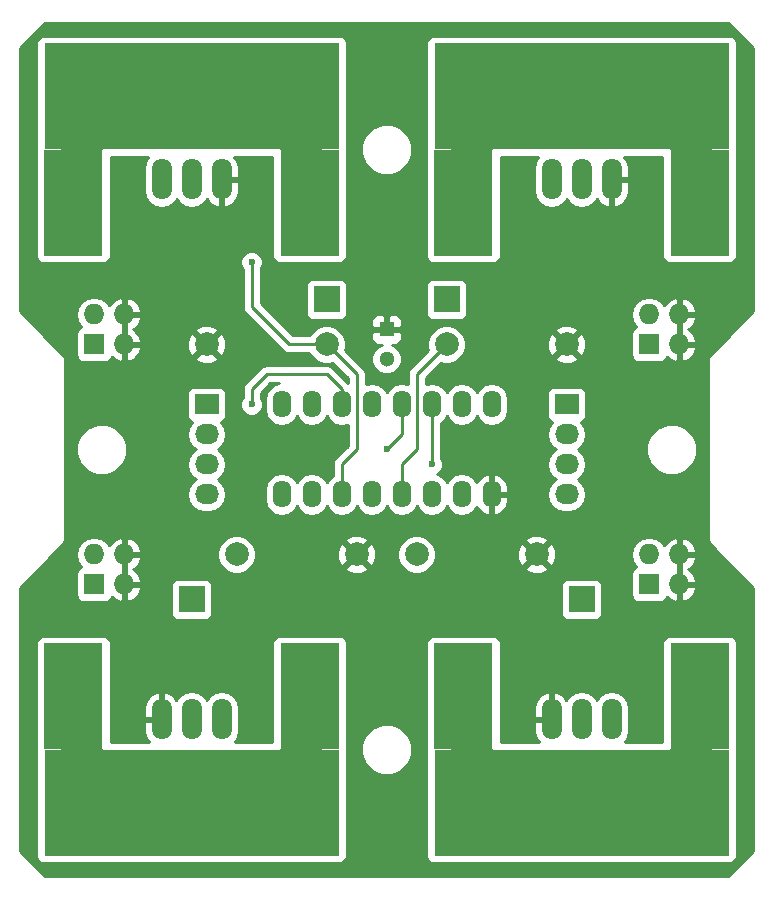
<source format=gbl>
G04 #@! TF.FileFunction,Copper,L2,Bot,Signal*
%FSLAX46Y46*%
G04 Gerber Fmt 4.6, Leading zero omitted, Abs format (unit mm)*
G04 Created by KiCad (PCBNEW 4.0.0-rc2-stable) date Sun 15 Nov 2015 10:20:30 AEDT*
%MOMM*%
G01*
G04 APERTURE LIST*
%ADD10C,0.100000*%
%ADD11R,1.300000X1.300000*%
%ADD12C,1.300000*%
%ADD13R,2.032000X1.727200*%
%ADD14O,2.032000X1.727200*%
%ADD15R,1.727200X1.727200*%
%ADD16O,1.727200X1.727200*%
%ADD17R,2.235200X2.235200*%
%ADD18O,1.600000X2.300000*%
%ADD19O,1.699260X3.500120*%
%ADD20C,1.998980*%
%ADD21C,4.000000*%
%ADD22R,25.000000X9.000000*%
%ADD23R,5.000000X9.000000*%
%ADD24C,1.524000*%
%ADD25C,0.600000*%
%ADD26C,0.250000*%
%ADD27C,0.254000*%
G04 APERTURE END LIST*
D10*
D11*
X156210000Y-96520000D03*
D12*
X156210000Y-99020000D03*
D13*
X171450000Y-102870000D03*
D14*
X171450000Y-105410000D03*
X171450000Y-107950000D03*
X171450000Y-110490000D03*
D13*
X140970000Y-102870000D03*
D14*
X140970000Y-105410000D03*
X140970000Y-107950000D03*
X140970000Y-110490000D03*
D15*
X131445000Y-118110000D03*
D16*
X131445000Y-115570000D03*
X133985000Y-118110000D03*
X133985000Y-115570000D03*
D15*
X178435000Y-118110000D03*
D16*
X178435000Y-115570000D03*
X180975000Y-118110000D03*
X180975000Y-115570000D03*
D15*
X178435000Y-97790000D03*
D16*
X178435000Y-95250000D03*
X180975000Y-97790000D03*
X180975000Y-95250000D03*
D15*
X131445000Y-97790000D03*
D16*
X131445000Y-95250000D03*
X133985000Y-97790000D03*
X133985000Y-95250000D03*
D17*
X161290000Y-93980000D03*
X139700000Y-119380000D03*
X172720000Y-119380000D03*
X151130000Y-93980000D03*
D18*
X147320000Y-110490000D03*
X149860000Y-110490000D03*
X152400000Y-110490000D03*
X154940000Y-110490000D03*
X157480000Y-110490000D03*
X160020000Y-110490000D03*
X162560000Y-110490000D03*
X165100000Y-110490000D03*
X165100000Y-102870000D03*
X162560000Y-102870000D03*
X160020000Y-102870000D03*
X157480000Y-102870000D03*
X154940000Y-102870000D03*
X152400000Y-102870000D03*
X149860000Y-102870000D03*
X147320000Y-102870000D03*
D19*
X139700000Y-83820000D03*
X137160000Y-83820000D03*
X142240000Y-83820000D03*
X172720000Y-83820000D03*
X170180000Y-83820000D03*
X175260000Y-83820000D03*
X172720000Y-129540000D03*
X175260000Y-129540000D03*
X170180000Y-129540000D03*
X139700000Y-129540000D03*
X142240000Y-129540000D03*
X137160000Y-129540000D03*
D20*
X153670000Y-115570000D03*
X143510000Y-115570000D03*
X140970000Y-97790000D03*
X151130000Y-97790000D03*
X171450000Y-97790000D03*
X161290000Y-97790000D03*
X168910000Y-115570000D03*
X158750000Y-115570000D03*
D21*
X181970000Y-133080000D03*
X163470000Y-133080000D03*
D22*
X172720000Y-136580000D03*
D23*
X182720000Y-127580000D03*
X162720000Y-127580000D03*
D24*
X172720000Y-136525000D03*
X181220000Y-136525000D03*
X164220000Y-136525000D03*
D21*
X163470000Y-80280000D03*
X181970000Y-80280000D03*
D22*
X172720000Y-76780000D03*
D23*
X162720000Y-85780000D03*
X182720000Y-85780000D03*
D24*
X172720000Y-76835000D03*
X164220000Y-76835000D03*
X181220000Y-76835000D03*
D21*
X130450000Y-80280000D03*
X148950000Y-80280000D03*
D22*
X139700000Y-76780000D03*
D23*
X129700000Y-85780000D03*
X149700000Y-85780000D03*
D24*
X139700000Y-76835000D03*
X131200000Y-76835000D03*
X148200000Y-76835000D03*
D21*
X148950000Y-133080000D03*
X130450000Y-133080000D03*
D22*
X139700000Y-136580000D03*
D23*
X149700000Y-127580000D03*
X129700000Y-127580000D03*
D24*
X139700000Y-136525000D03*
X148200000Y-136525000D03*
X131200000Y-136525000D03*
D25*
X144780000Y-90805000D03*
X151130000Y-97790000D03*
X161290000Y-97790000D03*
X144780000Y-102870000D03*
X156210000Y-106680000D03*
X160020000Y-107950000D03*
D26*
X147955000Y-97790000D02*
X151130000Y-97790000D01*
X144780000Y-94615000D02*
X147955000Y-97790000D01*
X144780000Y-90805000D02*
X144780000Y-94615000D01*
X151130000Y-97790000D02*
X153670000Y-100330000D01*
X152400000Y-107950000D02*
X152400000Y-110490000D01*
X153670000Y-106680000D02*
X152400000Y-107950000D01*
X153670000Y-100330000D02*
X153670000Y-106680000D01*
X161290000Y-97790000D02*
X158750000Y-100330000D01*
X158750000Y-100330000D02*
X158750000Y-106680000D01*
X157480000Y-107950000D02*
X157480000Y-110490000D01*
X158750000Y-106680000D02*
X157480000Y-107950000D01*
X144780000Y-102870000D02*
X144780000Y-101600000D01*
X144780000Y-101600000D02*
X146050000Y-100330000D01*
X152400000Y-101600000D02*
X152400000Y-102870000D01*
X151130000Y-100330000D02*
X152400000Y-101600000D01*
X146050000Y-100330000D02*
X151130000Y-100330000D01*
X157480000Y-102870000D02*
X157480000Y-105410000D01*
X157480000Y-105410000D02*
X156210000Y-106680000D01*
X160020000Y-102870000D02*
X160020000Y-107950000D01*
D27*
G36*
X187250000Y-72684091D02*
X187250000Y-94955909D01*
X184917954Y-97287954D01*
X183647954Y-98557954D01*
X183494046Y-98788295D01*
X183440000Y-99060000D01*
X183440000Y-114300000D01*
X183494046Y-114571705D01*
X183647954Y-114802046D01*
X187250000Y-118404092D01*
X187250000Y-140675909D01*
X185125908Y-142800000D01*
X127294091Y-142800000D01*
X125170000Y-140675908D01*
X125170000Y-123080000D01*
X126552560Y-123080000D01*
X126552560Y-141080000D01*
X126596838Y-141315317D01*
X126735910Y-141531441D01*
X126948110Y-141676431D01*
X127200000Y-141727440D01*
X152200000Y-141727440D01*
X152435317Y-141683162D01*
X152651441Y-141544090D01*
X152796431Y-141331890D01*
X152847440Y-141080000D01*
X152847440Y-132502815D01*
X154074630Y-132502815D01*
X154398980Y-133287800D01*
X154999041Y-133888909D01*
X155783459Y-134214628D01*
X156632815Y-134215370D01*
X157417800Y-133891020D01*
X158018909Y-133290959D01*
X158344628Y-132506541D01*
X158345370Y-131657185D01*
X158021020Y-130872200D01*
X157420959Y-130271091D01*
X156636541Y-129945372D01*
X155787185Y-129944630D01*
X155002200Y-130268980D01*
X154401091Y-130869041D01*
X154075372Y-131653459D01*
X154074630Y-132502815D01*
X152847440Y-132502815D01*
X152847440Y-123080000D01*
X159572560Y-123080000D01*
X159572560Y-141080000D01*
X159616838Y-141315317D01*
X159755910Y-141531441D01*
X159968110Y-141676431D01*
X160220000Y-141727440D01*
X185220000Y-141727440D01*
X185455317Y-141683162D01*
X185671441Y-141544090D01*
X185816431Y-141331890D01*
X185867440Y-141080000D01*
X185867440Y-123080000D01*
X185823162Y-122844683D01*
X185684090Y-122628559D01*
X185471890Y-122483569D01*
X185220000Y-122432560D01*
X180220000Y-122432560D01*
X179984683Y-122476838D01*
X179768559Y-122615910D01*
X179623569Y-122828110D01*
X179572560Y-123080000D01*
X179572560Y-131432560D01*
X176379542Y-131432560D01*
X176631619Y-131055299D01*
X176744630Y-130487156D01*
X176744630Y-128592844D01*
X176631619Y-128024701D01*
X176309792Y-127543052D01*
X175828143Y-127221225D01*
X175260000Y-127108214D01*
X174691857Y-127221225D01*
X174210208Y-127543052D01*
X173990000Y-127872617D01*
X173769792Y-127543052D01*
X173288143Y-127221225D01*
X172720000Y-127108214D01*
X172151857Y-127221225D01*
X171670208Y-127543052D01*
X171444484Y-127880873D01*
X171139989Y-127499976D01*
X170630810Y-127219351D01*
X170536832Y-127198460D01*
X170307000Y-127319786D01*
X170307000Y-129413000D01*
X170327000Y-129413000D01*
X170327000Y-129667000D01*
X170307000Y-129667000D01*
X170307000Y-129687000D01*
X170053000Y-129687000D01*
X170053000Y-129667000D01*
X168695370Y-129667000D01*
X168695370Y-130567430D01*
X168856982Y-131125906D01*
X169102126Y-131432560D01*
X165867440Y-131432560D01*
X165867440Y-128512570D01*
X168695370Y-128512570D01*
X168695370Y-129413000D01*
X170053000Y-129413000D01*
X170053000Y-127319786D01*
X169823168Y-127198460D01*
X169729190Y-127219351D01*
X169220011Y-127499976D01*
X168856982Y-127954094D01*
X168695370Y-128512570D01*
X165867440Y-128512570D01*
X165867440Y-123080000D01*
X165823162Y-122844683D01*
X165684090Y-122628559D01*
X165471890Y-122483569D01*
X165220000Y-122432560D01*
X160220000Y-122432560D01*
X159984683Y-122476838D01*
X159768559Y-122615910D01*
X159623569Y-122828110D01*
X159572560Y-123080000D01*
X152847440Y-123080000D01*
X152803162Y-122844683D01*
X152664090Y-122628559D01*
X152451890Y-122483569D01*
X152200000Y-122432560D01*
X147200000Y-122432560D01*
X146964683Y-122476838D01*
X146748559Y-122615910D01*
X146603569Y-122828110D01*
X146552560Y-123080000D01*
X146552560Y-131432560D01*
X143359542Y-131432560D01*
X143611619Y-131055299D01*
X143724630Y-130487156D01*
X143724630Y-128592844D01*
X143611619Y-128024701D01*
X143289792Y-127543052D01*
X142808143Y-127221225D01*
X142240000Y-127108214D01*
X141671857Y-127221225D01*
X141190208Y-127543052D01*
X140970000Y-127872617D01*
X140749792Y-127543052D01*
X140268143Y-127221225D01*
X139700000Y-127108214D01*
X139131857Y-127221225D01*
X138650208Y-127543052D01*
X138424484Y-127880873D01*
X138119989Y-127499976D01*
X137610810Y-127219351D01*
X137516832Y-127198460D01*
X137287000Y-127319786D01*
X137287000Y-129413000D01*
X137307000Y-129413000D01*
X137307000Y-129667000D01*
X137287000Y-129667000D01*
X137287000Y-129687000D01*
X137033000Y-129687000D01*
X137033000Y-129667000D01*
X135675370Y-129667000D01*
X135675370Y-130567430D01*
X135836982Y-131125906D01*
X136082126Y-131432560D01*
X132847440Y-131432560D01*
X132847440Y-128512570D01*
X135675370Y-128512570D01*
X135675370Y-129413000D01*
X137033000Y-129413000D01*
X137033000Y-127319786D01*
X136803168Y-127198460D01*
X136709190Y-127219351D01*
X136200011Y-127499976D01*
X135836982Y-127954094D01*
X135675370Y-128512570D01*
X132847440Y-128512570D01*
X132847440Y-123080000D01*
X132803162Y-122844683D01*
X132664090Y-122628559D01*
X132451890Y-122483569D01*
X132200000Y-122432560D01*
X127200000Y-122432560D01*
X126964683Y-122476838D01*
X126748559Y-122615910D01*
X126603569Y-122828110D01*
X126552560Y-123080000D01*
X125170000Y-123080000D01*
X125170000Y-118404092D01*
X128004092Y-115570000D01*
X129917041Y-115570000D01*
X130031115Y-116143489D01*
X130355971Y-116629670D01*
X130369642Y-116638805D01*
X130346083Y-116643238D01*
X130129959Y-116782310D01*
X129984969Y-116994510D01*
X129933960Y-117246400D01*
X129933960Y-118973600D01*
X129978238Y-119208917D01*
X130117310Y-119425041D01*
X130329510Y-119570031D01*
X130581400Y-119621040D01*
X132308600Y-119621040D01*
X132543917Y-119576762D01*
X132760041Y-119437690D01*
X132905031Y-119225490D01*
X132924662Y-119128549D01*
X133096510Y-119316821D01*
X133625973Y-119564968D01*
X133858000Y-119444469D01*
X133858000Y-118237000D01*
X134112000Y-118237000D01*
X134112000Y-119444469D01*
X134344027Y-119564968D01*
X134873490Y-119316821D01*
X135267688Y-118884947D01*
X135439958Y-118469026D01*
X135332079Y-118262400D01*
X137934960Y-118262400D01*
X137934960Y-120497600D01*
X137979238Y-120732917D01*
X138118310Y-120949041D01*
X138330510Y-121094031D01*
X138582400Y-121145040D01*
X140817600Y-121145040D01*
X141052917Y-121100762D01*
X141269041Y-120961690D01*
X141414031Y-120749490D01*
X141465040Y-120497600D01*
X141465040Y-118262400D01*
X170954960Y-118262400D01*
X170954960Y-120497600D01*
X170999238Y-120732917D01*
X171138310Y-120949041D01*
X171350510Y-121094031D01*
X171602400Y-121145040D01*
X173837600Y-121145040D01*
X174072917Y-121100762D01*
X174289041Y-120961690D01*
X174434031Y-120749490D01*
X174485040Y-120497600D01*
X174485040Y-118262400D01*
X174440762Y-118027083D01*
X174301690Y-117810959D01*
X174089490Y-117665969D01*
X173837600Y-117614960D01*
X171602400Y-117614960D01*
X171367083Y-117659238D01*
X171150959Y-117798310D01*
X171005969Y-118010510D01*
X170954960Y-118262400D01*
X141465040Y-118262400D01*
X141420762Y-118027083D01*
X141281690Y-117810959D01*
X141069490Y-117665969D01*
X140817600Y-117614960D01*
X138582400Y-117614960D01*
X138347083Y-117659238D01*
X138130959Y-117798310D01*
X137985969Y-118010510D01*
X137934960Y-118262400D01*
X135332079Y-118262400D01*
X135318817Y-118237000D01*
X134112000Y-118237000D01*
X133858000Y-118237000D01*
X133838000Y-118237000D01*
X133838000Y-117983000D01*
X133858000Y-117983000D01*
X133858000Y-115697000D01*
X134112000Y-115697000D01*
X134112000Y-117983000D01*
X135318817Y-117983000D01*
X135439958Y-117750974D01*
X135267688Y-117335053D01*
X134873490Y-116903179D01*
X134738687Y-116840000D01*
X134873490Y-116776821D01*
X135267688Y-116344947D01*
X135439958Y-115929026D01*
X135421512Y-115893694D01*
X141875226Y-115893694D01*
X142123538Y-116494655D01*
X142582927Y-116954846D01*
X143183453Y-117204206D01*
X143833694Y-117204774D01*
X144434655Y-116956462D01*
X144669363Y-116722163D01*
X152697443Y-116722163D01*
X152796042Y-116988965D01*
X153405582Y-117215401D01*
X154055377Y-117191341D01*
X154543958Y-116988965D01*
X154642557Y-116722163D01*
X153670000Y-115749605D01*
X152697443Y-116722163D01*
X144669363Y-116722163D01*
X144894846Y-116497073D01*
X145144206Y-115896547D01*
X145144722Y-115305582D01*
X152024599Y-115305582D01*
X152048659Y-115955377D01*
X152251035Y-116443958D01*
X152517837Y-116542557D01*
X153490395Y-115570000D01*
X153849605Y-115570000D01*
X154822163Y-116542557D01*
X155088965Y-116443958D01*
X155293380Y-115893694D01*
X157115226Y-115893694D01*
X157363538Y-116494655D01*
X157822927Y-116954846D01*
X158423453Y-117204206D01*
X159073694Y-117204774D01*
X159674655Y-116956462D01*
X159909363Y-116722163D01*
X167937443Y-116722163D01*
X168036042Y-116988965D01*
X168645582Y-117215401D01*
X169295377Y-117191341D01*
X169783958Y-116988965D01*
X169882557Y-116722163D01*
X168910000Y-115749605D01*
X167937443Y-116722163D01*
X159909363Y-116722163D01*
X160134846Y-116497073D01*
X160384206Y-115896547D01*
X160384722Y-115305582D01*
X167264599Y-115305582D01*
X167288659Y-115955377D01*
X167491035Y-116443958D01*
X167757837Y-116542557D01*
X168730395Y-115570000D01*
X169089605Y-115570000D01*
X170062163Y-116542557D01*
X170328965Y-116443958D01*
X170555401Y-115834418D01*
X170545611Y-115570000D01*
X176907041Y-115570000D01*
X177021115Y-116143489D01*
X177345971Y-116629670D01*
X177359642Y-116638805D01*
X177336083Y-116643238D01*
X177119959Y-116782310D01*
X176974969Y-116994510D01*
X176923960Y-117246400D01*
X176923960Y-118973600D01*
X176968238Y-119208917D01*
X177107310Y-119425041D01*
X177319510Y-119570031D01*
X177571400Y-119621040D01*
X179298600Y-119621040D01*
X179533917Y-119576762D01*
X179750041Y-119437690D01*
X179895031Y-119225490D01*
X179914662Y-119128549D01*
X180086510Y-119316821D01*
X180615973Y-119564968D01*
X180848000Y-119444469D01*
X180848000Y-118237000D01*
X181102000Y-118237000D01*
X181102000Y-119444469D01*
X181334027Y-119564968D01*
X181863490Y-119316821D01*
X182257688Y-118884947D01*
X182429958Y-118469026D01*
X182308817Y-118237000D01*
X181102000Y-118237000D01*
X180848000Y-118237000D01*
X180828000Y-118237000D01*
X180828000Y-117983000D01*
X180848000Y-117983000D01*
X180848000Y-115697000D01*
X181102000Y-115697000D01*
X181102000Y-117983000D01*
X182308817Y-117983000D01*
X182429958Y-117750974D01*
X182257688Y-117335053D01*
X181863490Y-116903179D01*
X181728687Y-116840000D01*
X181863490Y-116776821D01*
X182257688Y-116344947D01*
X182429958Y-115929026D01*
X182308817Y-115697000D01*
X181102000Y-115697000D01*
X180848000Y-115697000D01*
X180828000Y-115697000D01*
X180828000Y-115443000D01*
X180848000Y-115443000D01*
X180848000Y-114235531D01*
X181102000Y-114235531D01*
X181102000Y-115443000D01*
X182308817Y-115443000D01*
X182429958Y-115210974D01*
X182257688Y-114795053D01*
X181863490Y-114363179D01*
X181334027Y-114115032D01*
X181102000Y-114235531D01*
X180848000Y-114235531D01*
X180615973Y-114115032D01*
X180086510Y-114363179D01*
X179704992Y-114781161D01*
X179524029Y-114510330D01*
X179037848Y-114185474D01*
X178464359Y-114071400D01*
X178405641Y-114071400D01*
X177832152Y-114185474D01*
X177345971Y-114510330D01*
X177021115Y-114996511D01*
X176907041Y-115570000D01*
X170545611Y-115570000D01*
X170531341Y-115184623D01*
X170328965Y-114696042D01*
X170062163Y-114597443D01*
X169089605Y-115570000D01*
X168730395Y-115570000D01*
X167757837Y-114597443D01*
X167491035Y-114696042D01*
X167264599Y-115305582D01*
X160384722Y-115305582D01*
X160384774Y-115246306D01*
X160136462Y-114645345D01*
X159909351Y-114417837D01*
X167937443Y-114417837D01*
X168910000Y-115390395D01*
X169882557Y-114417837D01*
X169783958Y-114151035D01*
X169174418Y-113924599D01*
X168524623Y-113948659D01*
X168036042Y-114151035D01*
X167937443Y-114417837D01*
X159909351Y-114417837D01*
X159677073Y-114185154D01*
X159076547Y-113935794D01*
X158426306Y-113935226D01*
X157825345Y-114183538D01*
X157365154Y-114642927D01*
X157115794Y-115243453D01*
X157115226Y-115893694D01*
X155293380Y-115893694D01*
X155315401Y-115834418D01*
X155291341Y-115184623D01*
X155088965Y-114696042D01*
X154822163Y-114597443D01*
X153849605Y-115570000D01*
X153490395Y-115570000D01*
X152517837Y-114597443D01*
X152251035Y-114696042D01*
X152024599Y-115305582D01*
X145144722Y-115305582D01*
X145144774Y-115246306D01*
X144896462Y-114645345D01*
X144669351Y-114417837D01*
X152697443Y-114417837D01*
X153670000Y-115390395D01*
X154642557Y-114417837D01*
X154543958Y-114151035D01*
X153934418Y-113924599D01*
X153284623Y-113948659D01*
X152796042Y-114151035D01*
X152697443Y-114417837D01*
X144669351Y-114417837D01*
X144437073Y-114185154D01*
X143836547Y-113935794D01*
X143186306Y-113935226D01*
X142585345Y-114183538D01*
X142125154Y-114642927D01*
X141875794Y-115243453D01*
X141875226Y-115893694D01*
X135421512Y-115893694D01*
X135318817Y-115697000D01*
X134112000Y-115697000D01*
X133858000Y-115697000D01*
X133838000Y-115697000D01*
X133838000Y-115443000D01*
X133858000Y-115443000D01*
X133858000Y-114235531D01*
X134112000Y-114235531D01*
X134112000Y-115443000D01*
X135318817Y-115443000D01*
X135439958Y-115210974D01*
X135267688Y-114795053D01*
X134873490Y-114363179D01*
X134344027Y-114115032D01*
X134112000Y-114235531D01*
X133858000Y-114235531D01*
X133625973Y-114115032D01*
X133096510Y-114363179D01*
X132714992Y-114781161D01*
X132534029Y-114510330D01*
X132047848Y-114185474D01*
X131474359Y-114071400D01*
X131415641Y-114071400D01*
X130842152Y-114185474D01*
X130355971Y-114510330D01*
X130031115Y-114996511D01*
X129917041Y-115570000D01*
X128004092Y-115570000D01*
X128772046Y-114802046D01*
X128925954Y-114571705D01*
X128980000Y-114300000D01*
X128980000Y-107102815D01*
X129944630Y-107102815D01*
X130268980Y-107887800D01*
X130869041Y-108488909D01*
X131653459Y-108814628D01*
X132502815Y-108815370D01*
X133287800Y-108491020D01*
X133888909Y-107890959D01*
X134214628Y-107106541D01*
X134215370Y-106257185D01*
X133891020Y-105472200D01*
X133828929Y-105410000D01*
X139286655Y-105410000D01*
X139400729Y-105983489D01*
X139725585Y-106469670D01*
X140040366Y-106680000D01*
X139725585Y-106890330D01*
X139400729Y-107376511D01*
X139286655Y-107950000D01*
X139400729Y-108523489D01*
X139725585Y-109009670D01*
X140040366Y-109220000D01*
X139725585Y-109430330D01*
X139400729Y-109916511D01*
X139286655Y-110490000D01*
X139400729Y-111063489D01*
X139725585Y-111549670D01*
X140211766Y-111874526D01*
X140785255Y-111988600D01*
X141154745Y-111988600D01*
X141728234Y-111874526D01*
X142214415Y-111549670D01*
X142539271Y-111063489D01*
X142653345Y-110490000D01*
X142539271Y-109916511D01*
X142214415Y-109430330D01*
X141899634Y-109220000D01*
X142214415Y-109009670D01*
X142539271Y-108523489D01*
X142653345Y-107950000D01*
X142539271Y-107376511D01*
X142214415Y-106890330D01*
X141899634Y-106680000D01*
X142214415Y-106469670D01*
X142539271Y-105983489D01*
X142653345Y-105410000D01*
X142539271Y-104836511D01*
X142214415Y-104350330D01*
X142200087Y-104340757D01*
X142221317Y-104336762D01*
X142437441Y-104197690D01*
X142582431Y-103985490D01*
X142633440Y-103733600D01*
X142633440Y-102006400D01*
X142589162Y-101771083D01*
X142450090Y-101554959D01*
X142237890Y-101409969D01*
X141986000Y-101358960D01*
X139954000Y-101358960D01*
X139718683Y-101403238D01*
X139502559Y-101542310D01*
X139357569Y-101754510D01*
X139306560Y-102006400D01*
X139306560Y-103733600D01*
X139350838Y-103968917D01*
X139489910Y-104185041D01*
X139702110Y-104330031D01*
X139743439Y-104338400D01*
X139725585Y-104350330D01*
X139400729Y-104836511D01*
X139286655Y-105410000D01*
X133828929Y-105410000D01*
X133290959Y-104871091D01*
X132506541Y-104545372D01*
X131657185Y-104544630D01*
X130872200Y-104868980D01*
X130271091Y-105469041D01*
X129945372Y-106253459D01*
X129944630Y-107102815D01*
X128980000Y-107102815D01*
X128980000Y-99060000D01*
X128925954Y-98788295D01*
X128772046Y-98557954D01*
X127502046Y-97287954D01*
X127502043Y-97287952D01*
X125464092Y-95250000D01*
X129917041Y-95250000D01*
X130031115Y-95823489D01*
X130355971Y-96309670D01*
X130369642Y-96318805D01*
X130346083Y-96323238D01*
X130129959Y-96462310D01*
X129984969Y-96674510D01*
X129933960Y-96926400D01*
X129933960Y-98653600D01*
X129978238Y-98888917D01*
X130117310Y-99105041D01*
X130329510Y-99250031D01*
X130581400Y-99301040D01*
X132308600Y-99301040D01*
X132543917Y-99256762D01*
X132760041Y-99117690D01*
X132905031Y-98905490D01*
X132924662Y-98808549D01*
X133096510Y-98996821D01*
X133625973Y-99244968D01*
X133858000Y-99124469D01*
X133858000Y-97917000D01*
X134112000Y-97917000D01*
X134112000Y-99124469D01*
X134344027Y-99244968D01*
X134873490Y-98996821D01*
X134923379Y-98942163D01*
X139997443Y-98942163D01*
X140096042Y-99208965D01*
X140705582Y-99435401D01*
X141355377Y-99411341D01*
X141843958Y-99208965D01*
X141942557Y-98942163D01*
X140970000Y-97969605D01*
X139997443Y-98942163D01*
X134923379Y-98942163D01*
X135267688Y-98564947D01*
X135439958Y-98149026D01*
X135318817Y-97917000D01*
X134112000Y-97917000D01*
X133858000Y-97917000D01*
X133838000Y-97917000D01*
X133838000Y-97663000D01*
X133858000Y-97663000D01*
X133858000Y-95377000D01*
X134112000Y-95377000D01*
X134112000Y-97663000D01*
X135318817Y-97663000D01*
X135390563Y-97525582D01*
X139324599Y-97525582D01*
X139348659Y-98175377D01*
X139551035Y-98663958D01*
X139817837Y-98762557D01*
X140790395Y-97790000D01*
X141149605Y-97790000D01*
X142122163Y-98762557D01*
X142388965Y-98663958D01*
X142615401Y-98054418D01*
X142591341Y-97404623D01*
X142388965Y-96916042D01*
X142122163Y-96817443D01*
X141149605Y-97790000D01*
X140790395Y-97790000D01*
X139817837Y-96817443D01*
X139551035Y-96916042D01*
X139324599Y-97525582D01*
X135390563Y-97525582D01*
X135439958Y-97430974D01*
X135267688Y-97015053D01*
X134923380Y-96637837D01*
X139997443Y-96637837D01*
X140970000Y-97610395D01*
X141942557Y-96637837D01*
X141843958Y-96371035D01*
X141234418Y-96144599D01*
X140584623Y-96168659D01*
X140096042Y-96371035D01*
X139997443Y-96637837D01*
X134923380Y-96637837D01*
X134873490Y-96583179D01*
X134738687Y-96520000D01*
X134873490Y-96456821D01*
X135267688Y-96024947D01*
X135439958Y-95609026D01*
X135318817Y-95377000D01*
X134112000Y-95377000D01*
X133858000Y-95377000D01*
X133838000Y-95377000D01*
X133838000Y-95123000D01*
X133858000Y-95123000D01*
X133858000Y-93915531D01*
X134112000Y-93915531D01*
X134112000Y-95123000D01*
X135318817Y-95123000D01*
X135439958Y-94890974D01*
X135267688Y-94475053D01*
X134873490Y-94043179D01*
X134344027Y-93795032D01*
X134112000Y-93915531D01*
X133858000Y-93915531D01*
X133625973Y-93795032D01*
X133096510Y-94043179D01*
X132714992Y-94461161D01*
X132534029Y-94190330D01*
X132047848Y-93865474D01*
X131474359Y-93751400D01*
X131415641Y-93751400D01*
X130842152Y-93865474D01*
X130355971Y-94190330D01*
X130031115Y-94676511D01*
X129917041Y-95250000D01*
X125464092Y-95250000D01*
X125170000Y-94955908D01*
X125170000Y-90990167D01*
X143844838Y-90990167D01*
X143986883Y-91333943D01*
X144020000Y-91367118D01*
X144020000Y-94615000D01*
X144077852Y-94905839D01*
X144242599Y-95152401D01*
X147417599Y-98327401D01*
X147664161Y-98492148D01*
X147955000Y-98550000D01*
X149675504Y-98550000D01*
X149743538Y-98714655D01*
X150202927Y-99174846D01*
X150803453Y-99424206D01*
X151453694Y-99424774D01*
X151620889Y-99355691D01*
X152910000Y-100644802D01*
X152910000Y-101035198D01*
X151667401Y-99792599D01*
X151420839Y-99627852D01*
X151130000Y-99570000D01*
X146050000Y-99570000D01*
X145759160Y-99627852D01*
X145512599Y-99792599D01*
X144242599Y-101062599D01*
X144077852Y-101309161D01*
X144020000Y-101600000D01*
X144020000Y-102307537D01*
X143987808Y-102339673D01*
X143845162Y-102683201D01*
X143844838Y-103055167D01*
X143986883Y-103398943D01*
X144249673Y-103662192D01*
X144593201Y-103804838D01*
X144965167Y-103805162D01*
X145308943Y-103663117D01*
X145572192Y-103400327D01*
X145714838Y-103056799D01*
X145715162Y-102684833D01*
X145573117Y-102341057D01*
X145540000Y-102307882D01*
X145540000Y-101914802D01*
X146364802Y-101090000D01*
X147119057Y-101090000D01*
X146770849Y-101159263D01*
X146305302Y-101470332D01*
X145994233Y-101935879D01*
X145885000Y-102485030D01*
X145885000Y-103254970D01*
X145994233Y-103804121D01*
X146305302Y-104269668D01*
X146770849Y-104580737D01*
X147320000Y-104689970D01*
X147869151Y-104580737D01*
X148334698Y-104269668D01*
X148590000Y-103887582D01*
X148845302Y-104269668D01*
X149310849Y-104580737D01*
X149860000Y-104689970D01*
X150409151Y-104580737D01*
X150874698Y-104269668D01*
X151130000Y-103887582D01*
X151385302Y-104269668D01*
X151850849Y-104580737D01*
X152400000Y-104689970D01*
X152910000Y-104588525D01*
X152910000Y-106365198D01*
X151862599Y-107412599D01*
X151697852Y-107659161D01*
X151640000Y-107950000D01*
X151640000Y-108920148D01*
X151385302Y-109090332D01*
X151130000Y-109472418D01*
X150874698Y-109090332D01*
X150409151Y-108779263D01*
X149860000Y-108670030D01*
X149310849Y-108779263D01*
X148845302Y-109090332D01*
X148590000Y-109472418D01*
X148334698Y-109090332D01*
X147869151Y-108779263D01*
X147320000Y-108670030D01*
X146770849Y-108779263D01*
X146305302Y-109090332D01*
X145994233Y-109555879D01*
X145885000Y-110105030D01*
X145885000Y-110874970D01*
X145994233Y-111424121D01*
X146305302Y-111889668D01*
X146770849Y-112200737D01*
X147320000Y-112309970D01*
X147869151Y-112200737D01*
X148334698Y-111889668D01*
X148590000Y-111507582D01*
X148845302Y-111889668D01*
X149310849Y-112200737D01*
X149860000Y-112309970D01*
X150409151Y-112200737D01*
X150874698Y-111889668D01*
X151130000Y-111507582D01*
X151385302Y-111889668D01*
X151850849Y-112200737D01*
X152400000Y-112309970D01*
X152949151Y-112200737D01*
X153414698Y-111889668D01*
X153670000Y-111507582D01*
X153925302Y-111889668D01*
X154390849Y-112200737D01*
X154940000Y-112309970D01*
X155489151Y-112200737D01*
X155954698Y-111889668D01*
X156210000Y-111507582D01*
X156465302Y-111889668D01*
X156930849Y-112200737D01*
X157480000Y-112309970D01*
X158029151Y-112200737D01*
X158494698Y-111889668D01*
X158750000Y-111507582D01*
X159005302Y-111889668D01*
X159470849Y-112200737D01*
X160020000Y-112309970D01*
X160569151Y-112200737D01*
X161034698Y-111889668D01*
X161290000Y-111507582D01*
X161545302Y-111889668D01*
X162010849Y-112200737D01*
X162560000Y-112309970D01*
X163109151Y-112200737D01*
X163574698Y-111889668D01*
X163827149Y-111511849D01*
X164175104Y-111944500D01*
X164668181Y-112214367D01*
X164750961Y-112231904D01*
X164973000Y-112109915D01*
X164973000Y-110617000D01*
X165227000Y-110617000D01*
X165227000Y-112109915D01*
X165449039Y-112231904D01*
X165531819Y-112214367D01*
X166024896Y-111944500D01*
X166377166Y-111506483D01*
X166535000Y-110967000D01*
X166535000Y-110617000D01*
X165227000Y-110617000D01*
X164973000Y-110617000D01*
X164953000Y-110617000D01*
X164953000Y-110363000D01*
X164973000Y-110363000D01*
X164973000Y-108870085D01*
X165227000Y-108870085D01*
X165227000Y-110363000D01*
X166535000Y-110363000D01*
X166535000Y-110013000D01*
X166377166Y-109473517D01*
X166024896Y-109035500D01*
X165531819Y-108765633D01*
X165449039Y-108748096D01*
X165227000Y-108870085D01*
X164973000Y-108870085D01*
X164750961Y-108748096D01*
X164668181Y-108765633D01*
X164175104Y-109035500D01*
X163827149Y-109468151D01*
X163574698Y-109090332D01*
X163109151Y-108779263D01*
X162560000Y-108670030D01*
X162010849Y-108779263D01*
X161545302Y-109090332D01*
X161290000Y-109472418D01*
X161034698Y-109090332D01*
X160569151Y-108779263D01*
X160496458Y-108764803D01*
X160548943Y-108743117D01*
X160812192Y-108480327D01*
X160954838Y-108136799D01*
X160955162Y-107764833D01*
X160813117Y-107421057D01*
X160780000Y-107387882D01*
X160780000Y-105410000D01*
X169766655Y-105410000D01*
X169880729Y-105983489D01*
X170205585Y-106469670D01*
X170520366Y-106680000D01*
X170205585Y-106890330D01*
X169880729Y-107376511D01*
X169766655Y-107950000D01*
X169880729Y-108523489D01*
X170205585Y-109009670D01*
X170520366Y-109220000D01*
X170205585Y-109430330D01*
X169880729Y-109916511D01*
X169766655Y-110490000D01*
X169880729Y-111063489D01*
X170205585Y-111549670D01*
X170691766Y-111874526D01*
X171265255Y-111988600D01*
X171634745Y-111988600D01*
X172208234Y-111874526D01*
X172694415Y-111549670D01*
X173019271Y-111063489D01*
X173133345Y-110490000D01*
X173019271Y-109916511D01*
X172694415Y-109430330D01*
X172379634Y-109220000D01*
X172694415Y-109009670D01*
X173019271Y-108523489D01*
X173133345Y-107950000D01*
X173019271Y-107376511D01*
X172836394Y-107102815D01*
X178204630Y-107102815D01*
X178528980Y-107887800D01*
X179129041Y-108488909D01*
X179913459Y-108814628D01*
X180762815Y-108815370D01*
X181547800Y-108491020D01*
X182148909Y-107890959D01*
X182474628Y-107106541D01*
X182475370Y-106257185D01*
X182151020Y-105472200D01*
X181550959Y-104871091D01*
X180766541Y-104545372D01*
X179917185Y-104544630D01*
X179132200Y-104868980D01*
X178531091Y-105469041D01*
X178205372Y-106253459D01*
X178204630Y-107102815D01*
X172836394Y-107102815D01*
X172694415Y-106890330D01*
X172379634Y-106680000D01*
X172694415Y-106469670D01*
X173019271Y-105983489D01*
X173133345Y-105410000D01*
X173019271Y-104836511D01*
X172694415Y-104350330D01*
X172680087Y-104340757D01*
X172701317Y-104336762D01*
X172917441Y-104197690D01*
X173062431Y-103985490D01*
X173113440Y-103733600D01*
X173113440Y-102006400D01*
X173069162Y-101771083D01*
X172930090Y-101554959D01*
X172717890Y-101409969D01*
X172466000Y-101358960D01*
X170434000Y-101358960D01*
X170198683Y-101403238D01*
X169982559Y-101542310D01*
X169837569Y-101754510D01*
X169786560Y-102006400D01*
X169786560Y-103733600D01*
X169830838Y-103968917D01*
X169969910Y-104185041D01*
X170182110Y-104330031D01*
X170223439Y-104338400D01*
X170205585Y-104350330D01*
X169880729Y-104836511D01*
X169766655Y-105410000D01*
X160780000Y-105410000D01*
X160780000Y-104439852D01*
X161034698Y-104269668D01*
X161290000Y-103887582D01*
X161545302Y-104269668D01*
X162010849Y-104580737D01*
X162560000Y-104689970D01*
X163109151Y-104580737D01*
X163574698Y-104269668D01*
X163830000Y-103887582D01*
X164085302Y-104269668D01*
X164550849Y-104580737D01*
X165100000Y-104689970D01*
X165649151Y-104580737D01*
X166114698Y-104269668D01*
X166425767Y-103804121D01*
X166535000Y-103254970D01*
X166535000Y-102485030D01*
X166425767Y-101935879D01*
X166114698Y-101470332D01*
X165649151Y-101159263D01*
X165100000Y-101050030D01*
X164550849Y-101159263D01*
X164085302Y-101470332D01*
X163830000Y-101852418D01*
X163574698Y-101470332D01*
X163109151Y-101159263D01*
X162560000Y-101050030D01*
X162010849Y-101159263D01*
X161545302Y-101470332D01*
X161290000Y-101852418D01*
X161034698Y-101470332D01*
X160569151Y-101159263D01*
X160020000Y-101050030D01*
X159510000Y-101151475D01*
X159510000Y-100644802D01*
X160798917Y-99355885D01*
X160963453Y-99424206D01*
X161613694Y-99424774D01*
X162214655Y-99176462D01*
X162449363Y-98942163D01*
X170477443Y-98942163D01*
X170576042Y-99208965D01*
X171185582Y-99435401D01*
X171835377Y-99411341D01*
X172323958Y-99208965D01*
X172422557Y-98942163D01*
X171450000Y-97969605D01*
X170477443Y-98942163D01*
X162449363Y-98942163D01*
X162674846Y-98717073D01*
X162924206Y-98116547D01*
X162924722Y-97525582D01*
X169804599Y-97525582D01*
X169828659Y-98175377D01*
X170031035Y-98663958D01*
X170297837Y-98762557D01*
X171270395Y-97790000D01*
X171629605Y-97790000D01*
X172602163Y-98762557D01*
X172868965Y-98663958D01*
X173095401Y-98054418D01*
X173071341Y-97404623D01*
X172868965Y-96916042D01*
X172602163Y-96817443D01*
X171629605Y-97790000D01*
X171270395Y-97790000D01*
X170297837Y-96817443D01*
X170031035Y-96916042D01*
X169804599Y-97525582D01*
X162924722Y-97525582D01*
X162924774Y-97466306D01*
X162676462Y-96865345D01*
X162449351Y-96637837D01*
X170477443Y-96637837D01*
X171450000Y-97610395D01*
X172422557Y-96637837D01*
X172323958Y-96371035D01*
X171714418Y-96144599D01*
X171064623Y-96168659D01*
X170576042Y-96371035D01*
X170477443Y-96637837D01*
X162449351Y-96637837D01*
X162217073Y-96405154D01*
X161616547Y-96155794D01*
X160966306Y-96155226D01*
X160365345Y-96403538D01*
X159905154Y-96862927D01*
X159655794Y-97463453D01*
X159655226Y-98113694D01*
X159724309Y-98280889D01*
X158212599Y-99792599D01*
X158047852Y-100039161D01*
X157990000Y-100330000D01*
X157990000Y-101151475D01*
X157480000Y-101050030D01*
X156930849Y-101159263D01*
X156465302Y-101470332D01*
X156210000Y-101852418D01*
X155954698Y-101470332D01*
X155489151Y-101159263D01*
X154940000Y-101050030D01*
X154430000Y-101151475D01*
X154430000Y-100330000D01*
X154372148Y-100039161D01*
X154372148Y-100039160D01*
X154207401Y-99792599D01*
X153689283Y-99274481D01*
X154924777Y-99274481D01*
X155119995Y-99746943D01*
X155481155Y-100108735D01*
X155953276Y-100304777D01*
X156464481Y-100305223D01*
X156936943Y-100110005D01*
X157298735Y-99748845D01*
X157494777Y-99276724D01*
X157495223Y-98765519D01*
X157300005Y-98293057D01*
X156938845Y-97931265D01*
X156634765Y-97805000D01*
X156986310Y-97805000D01*
X157219699Y-97708327D01*
X157398327Y-97529698D01*
X157495000Y-97296309D01*
X157495000Y-96805750D01*
X157336250Y-96647000D01*
X156337000Y-96647000D01*
X156337000Y-96667000D01*
X156083000Y-96667000D01*
X156083000Y-96647000D01*
X155083750Y-96647000D01*
X154925000Y-96805750D01*
X154925000Y-97296309D01*
X155021673Y-97529698D01*
X155200301Y-97708327D01*
X155433690Y-97805000D01*
X155785567Y-97805000D01*
X155483057Y-97929995D01*
X155121265Y-98291155D01*
X154925223Y-98763276D01*
X154924777Y-99274481D01*
X153689283Y-99274481D01*
X152695885Y-98281083D01*
X152764206Y-98116547D01*
X152764774Y-97466306D01*
X152516462Y-96865345D01*
X152057073Y-96405154D01*
X151456547Y-96155794D01*
X150806306Y-96155226D01*
X150205345Y-96403538D01*
X149745154Y-96862927D01*
X149675779Y-97030000D01*
X148269802Y-97030000D01*
X145540000Y-94300198D01*
X145540000Y-92862400D01*
X149364960Y-92862400D01*
X149364960Y-95097600D01*
X149409238Y-95332917D01*
X149548310Y-95549041D01*
X149760510Y-95694031D01*
X150012400Y-95745040D01*
X152247600Y-95745040D01*
X152254769Y-95743691D01*
X154925000Y-95743691D01*
X154925000Y-96234250D01*
X155083750Y-96393000D01*
X156083000Y-96393000D01*
X156083000Y-95393750D01*
X156337000Y-95393750D01*
X156337000Y-96393000D01*
X157336250Y-96393000D01*
X157495000Y-96234250D01*
X157495000Y-95743691D01*
X157398327Y-95510302D01*
X157219699Y-95331673D01*
X156986310Y-95235000D01*
X156495750Y-95235000D01*
X156337000Y-95393750D01*
X156083000Y-95393750D01*
X155924250Y-95235000D01*
X155433690Y-95235000D01*
X155200301Y-95331673D01*
X155021673Y-95510302D01*
X154925000Y-95743691D01*
X152254769Y-95743691D01*
X152482917Y-95700762D01*
X152699041Y-95561690D01*
X152844031Y-95349490D01*
X152895040Y-95097600D01*
X152895040Y-92862400D01*
X159524960Y-92862400D01*
X159524960Y-95097600D01*
X159569238Y-95332917D01*
X159708310Y-95549041D01*
X159920510Y-95694031D01*
X160172400Y-95745040D01*
X162407600Y-95745040D01*
X162642917Y-95700762D01*
X162859041Y-95561690D01*
X163004031Y-95349490D01*
X163024178Y-95250000D01*
X176907041Y-95250000D01*
X177021115Y-95823489D01*
X177345971Y-96309670D01*
X177359642Y-96318805D01*
X177336083Y-96323238D01*
X177119959Y-96462310D01*
X176974969Y-96674510D01*
X176923960Y-96926400D01*
X176923960Y-98653600D01*
X176968238Y-98888917D01*
X177107310Y-99105041D01*
X177319510Y-99250031D01*
X177571400Y-99301040D01*
X179298600Y-99301040D01*
X179533917Y-99256762D01*
X179750041Y-99117690D01*
X179895031Y-98905490D01*
X179914662Y-98808549D01*
X180086510Y-98996821D01*
X180615973Y-99244968D01*
X180848000Y-99124469D01*
X180848000Y-97917000D01*
X181102000Y-97917000D01*
X181102000Y-99124469D01*
X181334027Y-99244968D01*
X181863490Y-98996821D01*
X182257688Y-98564947D01*
X182429958Y-98149026D01*
X182308817Y-97917000D01*
X181102000Y-97917000D01*
X180848000Y-97917000D01*
X180828000Y-97917000D01*
X180828000Y-97663000D01*
X180848000Y-97663000D01*
X180848000Y-95377000D01*
X181102000Y-95377000D01*
X181102000Y-97663000D01*
X182308817Y-97663000D01*
X182429958Y-97430974D01*
X182257688Y-97015053D01*
X181863490Y-96583179D01*
X181728687Y-96520000D01*
X181863490Y-96456821D01*
X182257688Y-96024947D01*
X182429958Y-95609026D01*
X182308817Y-95377000D01*
X181102000Y-95377000D01*
X180848000Y-95377000D01*
X180828000Y-95377000D01*
X180828000Y-95123000D01*
X180848000Y-95123000D01*
X180848000Y-93915531D01*
X181102000Y-93915531D01*
X181102000Y-95123000D01*
X182308817Y-95123000D01*
X182429958Y-94890974D01*
X182257688Y-94475053D01*
X181863490Y-94043179D01*
X181334027Y-93795032D01*
X181102000Y-93915531D01*
X180848000Y-93915531D01*
X180615973Y-93795032D01*
X180086510Y-94043179D01*
X179704992Y-94461161D01*
X179524029Y-94190330D01*
X179037848Y-93865474D01*
X178464359Y-93751400D01*
X178405641Y-93751400D01*
X177832152Y-93865474D01*
X177345971Y-94190330D01*
X177021115Y-94676511D01*
X176907041Y-95250000D01*
X163024178Y-95250000D01*
X163055040Y-95097600D01*
X163055040Y-92862400D01*
X163010762Y-92627083D01*
X162871690Y-92410959D01*
X162659490Y-92265969D01*
X162407600Y-92214960D01*
X160172400Y-92214960D01*
X159937083Y-92259238D01*
X159720959Y-92398310D01*
X159575969Y-92610510D01*
X159524960Y-92862400D01*
X152895040Y-92862400D01*
X152850762Y-92627083D01*
X152711690Y-92410959D01*
X152499490Y-92265969D01*
X152247600Y-92214960D01*
X150012400Y-92214960D01*
X149777083Y-92259238D01*
X149560959Y-92398310D01*
X149415969Y-92610510D01*
X149364960Y-92862400D01*
X145540000Y-92862400D01*
X145540000Y-91367463D01*
X145572192Y-91335327D01*
X145714838Y-90991799D01*
X145715162Y-90619833D01*
X145573117Y-90276057D01*
X145310327Y-90012808D01*
X144966799Y-89870162D01*
X144594833Y-89869838D01*
X144251057Y-90011883D01*
X143987808Y-90274673D01*
X143845162Y-90618201D01*
X143844838Y-90990167D01*
X125170000Y-90990167D01*
X125170000Y-72684092D01*
X125574091Y-72280000D01*
X126552560Y-72280000D01*
X126552560Y-90280000D01*
X126596838Y-90515317D01*
X126735910Y-90731441D01*
X126948110Y-90876431D01*
X127200000Y-90927440D01*
X132200000Y-90927440D01*
X132435317Y-90883162D01*
X132651441Y-90744090D01*
X132796431Y-90531890D01*
X132847440Y-90280000D01*
X132847440Y-81927440D01*
X136040458Y-81927440D01*
X135788381Y-82304701D01*
X135675370Y-82872844D01*
X135675370Y-84767156D01*
X135788381Y-85335299D01*
X136110208Y-85816948D01*
X136591857Y-86138775D01*
X137160000Y-86251786D01*
X137728143Y-86138775D01*
X138209792Y-85816948D01*
X138430000Y-85487383D01*
X138650208Y-85816948D01*
X139131857Y-86138775D01*
X139700000Y-86251786D01*
X140268143Y-86138775D01*
X140749792Y-85816948D01*
X140975516Y-85479127D01*
X141280011Y-85860024D01*
X141789190Y-86140649D01*
X141883168Y-86161540D01*
X142113000Y-86040214D01*
X142113000Y-83947000D01*
X142367000Y-83947000D01*
X142367000Y-86040214D01*
X142596832Y-86161540D01*
X142690810Y-86140649D01*
X143199989Y-85860024D01*
X143563018Y-85405906D01*
X143724630Y-84847430D01*
X143724630Y-83947000D01*
X142367000Y-83947000D01*
X142113000Y-83947000D01*
X142093000Y-83947000D01*
X142093000Y-83693000D01*
X142113000Y-83693000D01*
X142113000Y-83673000D01*
X142367000Y-83673000D01*
X142367000Y-83693000D01*
X143724630Y-83693000D01*
X143724630Y-82792570D01*
X143563018Y-82234094D01*
X143317874Y-81927440D01*
X146552560Y-81927440D01*
X146552560Y-90280000D01*
X146596838Y-90515317D01*
X146735910Y-90731441D01*
X146948110Y-90876431D01*
X147200000Y-90927440D01*
X152200000Y-90927440D01*
X152435317Y-90883162D01*
X152651441Y-90744090D01*
X152796431Y-90531890D01*
X152847440Y-90280000D01*
X152847440Y-81702815D01*
X154074630Y-81702815D01*
X154398980Y-82487800D01*
X154999041Y-83088909D01*
X155783459Y-83414628D01*
X156632815Y-83415370D01*
X157417800Y-83091020D01*
X158018909Y-82490959D01*
X158344628Y-81706541D01*
X158345370Y-80857185D01*
X158021020Y-80072200D01*
X157420959Y-79471091D01*
X156636541Y-79145372D01*
X155787185Y-79144630D01*
X155002200Y-79468980D01*
X154401091Y-80069041D01*
X154075372Y-80853459D01*
X154074630Y-81702815D01*
X152847440Y-81702815D01*
X152847440Y-72280000D01*
X159572560Y-72280000D01*
X159572560Y-90280000D01*
X159616838Y-90515317D01*
X159755910Y-90731441D01*
X159968110Y-90876431D01*
X160220000Y-90927440D01*
X165220000Y-90927440D01*
X165455317Y-90883162D01*
X165671441Y-90744090D01*
X165816431Y-90531890D01*
X165867440Y-90280000D01*
X165867440Y-81927440D01*
X169060458Y-81927440D01*
X168808381Y-82304701D01*
X168695370Y-82872844D01*
X168695370Y-84767156D01*
X168808381Y-85335299D01*
X169130208Y-85816948D01*
X169611857Y-86138775D01*
X170180000Y-86251786D01*
X170748143Y-86138775D01*
X171229792Y-85816948D01*
X171450000Y-85487383D01*
X171670208Y-85816948D01*
X172151857Y-86138775D01*
X172720000Y-86251786D01*
X173288143Y-86138775D01*
X173769792Y-85816948D01*
X173995516Y-85479127D01*
X174300011Y-85860024D01*
X174809190Y-86140649D01*
X174903168Y-86161540D01*
X175133000Y-86040214D01*
X175133000Y-83947000D01*
X175387000Y-83947000D01*
X175387000Y-86040214D01*
X175616832Y-86161540D01*
X175710810Y-86140649D01*
X176219989Y-85860024D01*
X176583018Y-85405906D01*
X176744630Y-84847430D01*
X176744630Y-83947000D01*
X175387000Y-83947000D01*
X175133000Y-83947000D01*
X175113000Y-83947000D01*
X175113000Y-83693000D01*
X175133000Y-83693000D01*
X175133000Y-83673000D01*
X175387000Y-83673000D01*
X175387000Y-83693000D01*
X176744630Y-83693000D01*
X176744630Y-82792570D01*
X176583018Y-82234094D01*
X176337874Y-81927440D01*
X179572560Y-81927440D01*
X179572560Y-90280000D01*
X179616838Y-90515317D01*
X179755910Y-90731441D01*
X179968110Y-90876431D01*
X180220000Y-90927440D01*
X185220000Y-90927440D01*
X185455317Y-90883162D01*
X185671441Y-90744090D01*
X185816431Y-90531890D01*
X185867440Y-90280000D01*
X185867440Y-72280000D01*
X185823162Y-72044683D01*
X185684090Y-71828559D01*
X185471890Y-71683569D01*
X185220000Y-71632560D01*
X160220000Y-71632560D01*
X159984683Y-71676838D01*
X159768559Y-71815910D01*
X159623569Y-72028110D01*
X159572560Y-72280000D01*
X152847440Y-72280000D01*
X152803162Y-72044683D01*
X152664090Y-71828559D01*
X152451890Y-71683569D01*
X152200000Y-71632560D01*
X127200000Y-71632560D01*
X126964683Y-71676838D01*
X126748559Y-71815910D01*
X126603569Y-72028110D01*
X126552560Y-72280000D01*
X125574091Y-72280000D01*
X127294091Y-70560000D01*
X185125908Y-70560000D01*
X187250000Y-72684091D01*
X187250000Y-72684091D01*
G37*
X187250000Y-72684091D02*
X187250000Y-94955909D01*
X184917954Y-97287954D01*
X183647954Y-98557954D01*
X183494046Y-98788295D01*
X183440000Y-99060000D01*
X183440000Y-114300000D01*
X183494046Y-114571705D01*
X183647954Y-114802046D01*
X187250000Y-118404092D01*
X187250000Y-140675909D01*
X185125908Y-142800000D01*
X127294091Y-142800000D01*
X125170000Y-140675908D01*
X125170000Y-123080000D01*
X126552560Y-123080000D01*
X126552560Y-141080000D01*
X126596838Y-141315317D01*
X126735910Y-141531441D01*
X126948110Y-141676431D01*
X127200000Y-141727440D01*
X152200000Y-141727440D01*
X152435317Y-141683162D01*
X152651441Y-141544090D01*
X152796431Y-141331890D01*
X152847440Y-141080000D01*
X152847440Y-132502815D01*
X154074630Y-132502815D01*
X154398980Y-133287800D01*
X154999041Y-133888909D01*
X155783459Y-134214628D01*
X156632815Y-134215370D01*
X157417800Y-133891020D01*
X158018909Y-133290959D01*
X158344628Y-132506541D01*
X158345370Y-131657185D01*
X158021020Y-130872200D01*
X157420959Y-130271091D01*
X156636541Y-129945372D01*
X155787185Y-129944630D01*
X155002200Y-130268980D01*
X154401091Y-130869041D01*
X154075372Y-131653459D01*
X154074630Y-132502815D01*
X152847440Y-132502815D01*
X152847440Y-123080000D01*
X159572560Y-123080000D01*
X159572560Y-141080000D01*
X159616838Y-141315317D01*
X159755910Y-141531441D01*
X159968110Y-141676431D01*
X160220000Y-141727440D01*
X185220000Y-141727440D01*
X185455317Y-141683162D01*
X185671441Y-141544090D01*
X185816431Y-141331890D01*
X185867440Y-141080000D01*
X185867440Y-123080000D01*
X185823162Y-122844683D01*
X185684090Y-122628559D01*
X185471890Y-122483569D01*
X185220000Y-122432560D01*
X180220000Y-122432560D01*
X179984683Y-122476838D01*
X179768559Y-122615910D01*
X179623569Y-122828110D01*
X179572560Y-123080000D01*
X179572560Y-131432560D01*
X176379542Y-131432560D01*
X176631619Y-131055299D01*
X176744630Y-130487156D01*
X176744630Y-128592844D01*
X176631619Y-128024701D01*
X176309792Y-127543052D01*
X175828143Y-127221225D01*
X175260000Y-127108214D01*
X174691857Y-127221225D01*
X174210208Y-127543052D01*
X173990000Y-127872617D01*
X173769792Y-127543052D01*
X173288143Y-127221225D01*
X172720000Y-127108214D01*
X172151857Y-127221225D01*
X171670208Y-127543052D01*
X171444484Y-127880873D01*
X171139989Y-127499976D01*
X170630810Y-127219351D01*
X170536832Y-127198460D01*
X170307000Y-127319786D01*
X170307000Y-129413000D01*
X170327000Y-129413000D01*
X170327000Y-129667000D01*
X170307000Y-129667000D01*
X170307000Y-129687000D01*
X170053000Y-129687000D01*
X170053000Y-129667000D01*
X168695370Y-129667000D01*
X168695370Y-130567430D01*
X168856982Y-131125906D01*
X169102126Y-131432560D01*
X165867440Y-131432560D01*
X165867440Y-128512570D01*
X168695370Y-128512570D01*
X168695370Y-129413000D01*
X170053000Y-129413000D01*
X170053000Y-127319786D01*
X169823168Y-127198460D01*
X169729190Y-127219351D01*
X169220011Y-127499976D01*
X168856982Y-127954094D01*
X168695370Y-128512570D01*
X165867440Y-128512570D01*
X165867440Y-123080000D01*
X165823162Y-122844683D01*
X165684090Y-122628559D01*
X165471890Y-122483569D01*
X165220000Y-122432560D01*
X160220000Y-122432560D01*
X159984683Y-122476838D01*
X159768559Y-122615910D01*
X159623569Y-122828110D01*
X159572560Y-123080000D01*
X152847440Y-123080000D01*
X152803162Y-122844683D01*
X152664090Y-122628559D01*
X152451890Y-122483569D01*
X152200000Y-122432560D01*
X147200000Y-122432560D01*
X146964683Y-122476838D01*
X146748559Y-122615910D01*
X146603569Y-122828110D01*
X146552560Y-123080000D01*
X146552560Y-131432560D01*
X143359542Y-131432560D01*
X143611619Y-131055299D01*
X143724630Y-130487156D01*
X143724630Y-128592844D01*
X143611619Y-128024701D01*
X143289792Y-127543052D01*
X142808143Y-127221225D01*
X142240000Y-127108214D01*
X141671857Y-127221225D01*
X141190208Y-127543052D01*
X140970000Y-127872617D01*
X140749792Y-127543052D01*
X140268143Y-127221225D01*
X139700000Y-127108214D01*
X139131857Y-127221225D01*
X138650208Y-127543052D01*
X138424484Y-127880873D01*
X138119989Y-127499976D01*
X137610810Y-127219351D01*
X137516832Y-127198460D01*
X137287000Y-127319786D01*
X137287000Y-129413000D01*
X137307000Y-129413000D01*
X137307000Y-129667000D01*
X137287000Y-129667000D01*
X137287000Y-129687000D01*
X137033000Y-129687000D01*
X137033000Y-129667000D01*
X135675370Y-129667000D01*
X135675370Y-130567430D01*
X135836982Y-131125906D01*
X136082126Y-131432560D01*
X132847440Y-131432560D01*
X132847440Y-128512570D01*
X135675370Y-128512570D01*
X135675370Y-129413000D01*
X137033000Y-129413000D01*
X137033000Y-127319786D01*
X136803168Y-127198460D01*
X136709190Y-127219351D01*
X136200011Y-127499976D01*
X135836982Y-127954094D01*
X135675370Y-128512570D01*
X132847440Y-128512570D01*
X132847440Y-123080000D01*
X132803162Y-122844683D01*
X132664090Y-122628559D01*
X132451890Y-122483569D01*
X132200000Y-122432560D01*
X127200000Y-122432560D01*
X126964683Y-122476838D01*
X126748559Y-122615910D01*
X126603569Y-122828110D01*
X126552560Y-123080000D01*
X125170000Y-123080000D01*
X125170000Y-118404092D01*
X128004092Y-115570000D01*
X129917041Y-115570000D01*
X130031115Y-116143489D01*
X130355971Y-116629670D01*
X130369642Y-116638805D01*
X130346083Y-116643238D01*
X130129959Y-116782310D01*
X129984969Y-116994510D01*
X129933960Y-117246400D01*
X129933960Y-118973600D01*
X129978238Y-119208917D01*
X130117310Y-119425041D01*
X130329510Y-119570031D01*
X130581400Y-119621040D01*
X132308600Y-119621040D01*
X132543917Y-119576762D01*
X132760041Y-119437690D01*
X132905031Y-119225490D01*
X132924662Y-119128549D01*
X133096510Y-119316821D01*
X133625973Y-119564968D01*
X133858000Y-119444469D01*
X133858000Y-118237000D01*
X134112000Y-118237000D01*
X134112000Y-119444469D01*
X134344027Y-119564968D01*
X134873490Y-119316821D01*
X135267688Y-118884947D01*
X135439958Y-118469026D01*
X135332079Y-118262400D01*
X137934960Y-118262400D01*
X137934960Y-120497600D01*
X137979238Y-120732917D01*
X138118310Y-120949041D01*
X138330510Y-121094031D01*
X138582400Y-121145040D01*
X140817600Y-121145040D01*
X141052917Y-121100762D01*
X141269041Y-120961690D01*
X141414031Y-120749490D01*
X141465040Y-120497600D01*
X141465040Y-118262400D01*
X170954960Y-118262400D01*
X170954960Y-120497600D01*
X170999238Y-120732917D01*
X171138310Y-120949041D01*
X171350510Y-121094031D01*
X171602400Y-121145040D01*
X173837600Y-121145040D01*
X174072917Y-121100762D01*
X174289041Y-120961690D01*
X174434031Y-120749490D01*
X174485040Y-120497600D01*
X174485040Y-118262400D01*
X174440762Y-118027083D01*
X174301690Y-117810959D01*
X174089490Y-117665969D01*
X173837600Y-117614960D01*
X171602400Y-117614960D01*
X171367083Y-117659238D01*
X171150959Y-117798310D01*
X171005969Y-118010510D01*
X170954960Y-118262400D01*
X141465040Y-118262400D01*
X141420762Y-118027083D01*
X141281690Y-117810959D01*
X141069490Y-117665969D01*
X140817600Y-117614960D01*
X138582400Y-117614960D01*
X138347083Y-117659238D01*
X138130959Y-117798310D01*
X137985969Y-118010510D01*
X137934960Y-118262400D01*
X135332079Y-118262400D01*
X135318817Y-118237000D01*
X134112000Y-118237000D01*
X133858000Y-118237000D01*
X133838000Y-118237000D01*
X133838000Y-117983000D01*
X133858000Y-117983000D01*
X133858000Y-115697000D01*
X134112000Y-115697000D01*
X134112000Y-117983000D01*
X135318817Y-117983000D01*
X135439958Y-117750974D01*
X135267688Y-117335053D01*
X134873490Y-116903179D01*
X134738687Y-116840000D01*
X134873490Y-116776821D01*
X135267688Y-116344947D01*
X135439958Y-115929026D01*
X135421512Y-115893694D01*
X141875226Y-115893694D01*
X142123538Y-116494655D01*
X142582927Y-116954846D01*
X143183453Y-117204206D01*
X143833694Y-117204774D01*
X144434655Y-116956462D01*
X144669363Y-116722163D01*
X152697443Y-116722163D01*
X152796042Y-116988965D01*
X153405582Y-117215401D01*
X154055377Y-117191341D01*
X154543958Y-116988965D01*
X154642557Y-116722163D01*
X153670000Y-115749605D01*
X152697443Y-116722163D01*
X144669363Y-116722163D01*
X144894846Y-116497073D01*
X145144206Y-115896547D01*
X145144722Y-115305582D01*
X152024599Y-115305582D01*
X152048659Y-115955377D01*
X152251035Y-116443958D01*
X152517837Y-116542557D01*
X153490395Y-115570000D01*
X153849605Y-115570000D01*
X154822163Y-116542557D01*
X155088965Y-116443958D01*
X155293380Y-115893694D01*
X157115226Y-115893694D01*
X157363538Y-116494655D01*
X157822927Y-116954846D01*
X158423453Y-117204206D01*
X159073694Y-117204774D01*
X159674655Y-116956462D01*
X159909363Y-116722163D01*
X167937443Y-116722163D01*
X168036042Y-116988965D01*
X168645582Y-117215401D01*
X169295377Y-117191341D01*
X169783958Y-116988965D01*
X169882557Y-116722163D01*
X168910000Y-115749605D01*
X167937443Y-116722163D01*
X159909363Y-116722163D01*
X160134846Y-116497073D01*
X160384206Y-115896547D01*
X160384722Y-115305582D01*
X167264599Y-115305582D01*
X167288659Y-115955377D01*
X167491035Y-116443958D01*
X167757837Y-116542557D01*
X168730395Y-115570000D01*
X169089605Y-115570000D01*
X170062163Y-116542557D01*
X170328965Y-116443958D01*
X170555401Y-115834418D01*
X170545611Y-115570000D01*
X176907041Y-115570000D01*
X177021115Y-116143489D01*
X177345971Y-116629670D01*
X177359642Y-116638805D01*
X177336083Y-116643238D01*
X177119959Y-116782310D01*
X176974969Y-116994510D01*
X176923960Y-117246400D01*
X176923960Y-118973600D01*
X176968238Y-119208917D01*
X177107310Y-119425041D01*
X177319510Y-119570031D01*
X177571400Y-119621040D01*
X179298600Y-119621040D01*
X179533917Y-119576762D01*
X179750041Y-119437690D01*
X179895031Y-119225490D01*
X179914662Y-119128549D01*
X180086510Y-119316821D01*
X180615973Y-119564968D01*
X180848000Y-119444469D01*
X180848000Y-118237000D01*
X181102000Y-118237000D01*
X181102000Y-119444469D01*
X181334027Y-119564968D01*
X181863490Y-119316821D01*
X182257688Y-118884947D01*
X182429958Y-118469026D01*
X182308817Y-118237000D01*
X181102000Y-118237000D01*
X180848000Y-118237000D01*
X180828000Y-118237000D01*
X180828000Y-117983000D01*
X180848000Y-117983000D01*
X180848000Y-115697000D01*
X181102000Y-115697000D01*
X181102000Y-117983000D01*
X182308817Y-117983000D01*
X182429958Y-117750974D01*
X182257688Y-117335053D01*
X181863490Y-116903179D01*
X181728687Y-116840000D01*
X181863490Y-116776821D01*
X182257688Y-116344947D01*
X182429958Y-115929026D01*
X182308817Y-115697000D01*
X181102000Y-115697000D01*
X180848000Y-115697000D01*
X180828000Y-115697000D01*
X180828000Y-115443000D01*
X180848000Y-115443000D01*
X180848000Y-114235531D01*
X181102000Y-114235531D01*
X181102000Y-115443000D01*
X182308817Y-115443000D01*
X182429958Y-115210974D01*
X182257688Y-114795053D01*
X181863490Y-114363179D01*
X181334027Y-114115032D01*
X181102000Y-114235531D01*
X180848000Y-114235531D01*
X180615973Y-114115032D01*
X180086510Y-114363179D01*
X179704992Y-114781161D01*
X179524029Y-114510330D01*
X179037848Y-114185474D01*
X178464359Y-114071400D01*
X178405641Y-114071400D01*
X177832152Y-114185474D01*
X177345971Y-114510330D01*
X177021115Y-114996511D01*
X176907041Y-115570000D01*
X170545611Y-115570000D01*
X170531341Y-115184623D01*
X170328965Y-114696042D01*
X170062163Y-114597443D01*
X169089605Y-115570000D01*
X168730395Y-115570000D01*
X167757837Y-114597443D01*
X167491035Y-114696042D01*
X167264599Y-115305582D01*
X160384722Y-115305582D01*
X160384774Y-115246306D01*
X160136462Y-114645345D01*
X159909351Y-114417837D01*
X167937443Y-114417837D01*
X168910000Y-115390395D01*
X169882557Y-114417837D01*
X169783958Y-114151035D01*
X169174418Y-113924599D01*
X168524623Y-113948659D01*
X168036042Y-114151035D01*
X167937443Y-114417837D01*
X159909351Y-114417837D01*
X159677073Y-114185154D01*
X159076547Y-113935794D01*
X158426306Y-113935226D01*
X157825345Y-114183538D01*
X157365154Y-114642927D01*
X157115794Y-115243453D01*
X157115226Y-115893694D01*
X155293380Y-115893694D01*
X155315401Y-115834418D01*
X155291341Y-115184623D01*
X155088965Y-114696042D01*
X154822163Y-114597443D01*
X153849605Y-115570000D01*
X153490395Y-115570000D01*
X152517837Y-114597443D01*
X152251035Y-114696042D01*
X152024599Y-115305582D01*
X145144722Y-115305582D01*
X145144774Y-115246306D01*
X144896462Y-114645345D01*
X144669351Y-114417837D01*
X152697443Y-114417837D01*
X153670000Y-115390395D01*
X154642557Y-114417837D01*
X154543958Y-114151035D01*
X153934418Y-113924599D01*
X153284623Y-113948659D01*
X152796042Y-114151035D01*
X152697443Y-114417837D01*
X144669351Y-114417837D01*
X144437073Y-114185154D01*
X143836547Y-113935794D01*
X143186306Y-113935226D01*
X142585345Y-114183538D01*
X142125154Y-114642927D01*
X141875794Y-115243453D01*
X141875226Y-115893694D01*
X135421512Y-115893694D01*
X135318817Y-115697000D01*
X134112000Y-115697000D01*
X133858000Y-115697000D01*
X133838000Y-115697000D01*
X133838000Y-115443000D01*
X133858000Y-115443000D01*
X133858000Y-114235531D01*
X134112000Y-114235531D01*
X134112000Y-115443000D01*
X135318817Y-115443000D01*
X135439958Y-115210974D01*
X135267688Y-114795053D01*
X134873490Y-114363179D01*
X134344027Y-114115032D01*
X134112000Y-114235531D01*
X133858000Y-114235531D01*
X133625973Y-114115032D01*
X133096510Y-114363179D01*
X132714992Y-114781161D01*
X132534029Y-114510330D01*
X132047848Y-114185474D01*
X131474359Y-114071400D01*
X131415641Y-114071400D01*
X130842152Y-114185474D01*
X130355971Y-114510330D01*
X130031115Y-114996511D01*
X129917041Y-115570000D01*
X128004092Y-115570000D01*
X128772046Y-114802046D01*
X128925954Y-114571705D01*
X128980000Y-114300000D01*
X128980000Y-107102815D01*
X129944630Y-107102815D01*
X130268980Y-107887800D01*
X130869041Y-108488909D01*
X131653459Y-108814628D01*
X132502815Y-108815370D01*
X133287800Y-108491020D01*
X133888909Y-107890959D01*
X134214628Y-107106541D01*
X134215370Y-106257185D01*
X133891020Y-105472200D01*
X133828929Y-105410000D01*
X139286655Y-105410000D01*
X139400729Y-105983489D01*
X139725585Y-106469670D01*
X140040366Y-106680000D01*
X139725585Y-106890330D01*
X139400729Y-107376511D01*
X139286655Y-107950000D01*
X139400729Y-108523489D01*
X139725585Y-109009670D01*
X140040366Y-109220000D01*
X139725585Y-109430330D01*
X139400729Y-109916511D01*
X139286655Y-110490000D01*
X139400729Y-111063489D01*
X139725585Y-111549670D01*
X140211766Y-111874526D01*
X140785255Y-111988600D01*
X141154745Y-111988600D01*
X141728234Y-111874526D01*
X142214415Y-111549670D01*
X142539271Y-111063489D01*
X142653345Y-110490000D01*
X142539271Y-109916511D01*
X142214415Y-109430330D01*
X141899634Y-109220000D01*
X142214415Y-109009670D01*
X142539271Y-108523489D01*
X142653345Y-107950000D01*
X142539271Y-107376511D01*
X142214415Y-106890330D01*
X141899634Y-106680000D01*
X142214415Y-106469670D01*
X142539271Y-105983489D01*
X142653345Y-105410000D01*
X142539271Y-104836511D01*
X142214415Y-104350330D01*
X142200087Y-104340757D01*
X142221317Y-104336762D01*
X142437441Y-104197690D01*
X142582431Y-103985490D01*
X142633440Y-103733600D01*
X142633440Y-102006400D01*
X142589162Y-101771083D01*
X142450090Y-101554959D01*
X142237890Y-101409969D01*
X141986000Y-101358960D01*
X139954000Y-101358960D01*
X139718683Y-101403238D01*
X139502559Y-101542310D01*
X139357569Y-101754510D01*
X139306560Y-102006400D01*
X139306560Y-103733600D01*
X139350838Y-103968917D01*
X139489910Y-104185041D01*
X139702110Y-104330031D01*
X139743439Y-104338400D01*
X139725585Y-104350330D01*
X139400729Y-104836511D01*
X139286655Y-105410000D01*
X133828929Y-105410000D01*
X133290959Y-104871091D01*
X132506541Y-104545372D01*
X131657185Y-104544630D01*
X130872200Y-104868980D01*
X130271091Y-105469041D01*
X129945372Y-106253459D01*
X129944630Y-107102815D01*
X128980000Y-107102815D01*
X128980000Y-99060000D01*
X128925954Y-98788295D01*
X128772046Y-98557954D01*
X127502046Y-97287954D01*
X127502043Y-97287952D01*
X125464092Y-95250000D01*
X129917041Y-95250000D01*
X130031115Y-95823489D01*
X130355971Y-96309670D01*
X130369642Y-96318805D01*
X130346083Y-96323238D01*
X130129959Y-96462310D01*
X129984969Y-96674510D01*
X129933960Y-96926400D01*
X129933960Y-98653600D01*
X129978238Y-98888917D01*
X130117310Y-99105041D01*
X130329510Y-99250031D01*
X130581400Y-99301040D01*
X132308600Y-99301040D01*
X132543917Y-99256762D01*
X132760041Y-99117690D01*
X132905031Y-98905490D01*
X132924662Y-98808549D01*
X133096510Y-98996821D01*
X133625973Y-99244968D01*
X133858000Y-99124469D01*
X133858000Y-97917000D01*
X134112000Y-97917000D01*
X134112000Y-99124469D01*
X134344027Y-99244968D01*
X134873490Y-98996821D01*
X134923379Y-98942163D01*
X139997443Y-98942163D01*
X140096042Y-99208965D01*
X140705582Y-99435401D01*
X141355377Y-99411341D01*
X141843958Y-99208965D01*
X141942557Y-98942163D01*
X140970000Y-97969605D01*
X139997443Y-98942163D01*
X134923379Y-98942163D01*
X135267688Y-98564947D01*
X135439958Y-98149026D01*
X135318817Y-97917000D01*
X134112000Y-97917000D01*
X133858000Y-97917000D01*
X133838000Y-97917000D01*
X133838000Y-97663000D01*
X133858000Y-97663000D01*
X133858000Y-95377000D01*
X134112000Y-95377000D01*
X134112000Y-97663000D01*
X135318817Y-97663000D01*
X135390563Y-97525582D01*
X139324599Y-97525582D01*
X139348659Y-98175377D01*
X139551035Y-98663958D01*
X139817837Y-98762557D01*
X140790395Y-97790000D01*
X141149605Y-97790000D01*
X142122163Y-98762557D01*
X142388965Y-98663958D01*
X142615401Y-98054418D01*
X142591341Y-97404623D01*
X142388965Y-96916042D01*
X142122163Y-96817443D01*
X141149605Y-97790000D01*
X140790395Y-97790000D01*
X139817837Y-96817443D01*
X139551035Y-96916042D01*
X139324599Y-97525582D01*
X135390563Y-97525582D01*
X135439958Y-97430974D01*
X135267688Y-97015053D01*
X134923380Y-96637837D01*
X139997443Y-96637837D01*
X140970000Y-97610395D01*
X141942557Y-96637837D01*
X141843958Y-96371035D01*
X141234418Y-96144599D01*
X140584623Y-96168659D01*
X140096042Y-96371035D01*
X139997443Y-96637837D01*
X134923380Y-96637837D01*
X134873490Y-96583179D01*
X134738687Y-96520000D01*
X134873490Y-96456821D01*
X135267688Y-96024947D01*
X135439958Y-95609026D01*
X135318817Y-95377000D01*
X134112000Y-95377000D01*
X133858000Y-95377000D01*
X133838000Y-95377000D01*
X133838000Y-95123000D01*
X133858000Y-95123000D01*
X133858000Y-93915531D01*
X134112000Y-93915531D01*
X134112000Y-95123000D01*
X135318817Y-95123000D01*
X135439958Y-94890974D01*
X135267688Y-94475053D01*
X134873490Y-94043179D01*
X134344027Y-93795032D01*
X134112000Y-93915531D01*
X133858000Y-93915531D01*
X133625973Y-93795032D01*
X133096510Y-94043179D01*
X132714992Y-94461161D01*
X132534029Y-94190330D01*
X132047848Y-93865474D01*
X131474359Y-93751400D01*
X131415641Y-93751400D01*
X130842152Y-93865474D01*
X130355971Y-94190330D01*
X130031115Y-94676511D01*
X129917041Y-95250000D01*
X125464092Y-95250000D01*
X125170000Y-94955908D01*
X125170000Y-90990167D01*
X143844838Y-90990167D01*
X143986883Y-91333943D01*
X144020000Y-91367118D01*
X144020000Y-94615000D01*
X144077852Y-94905839D01*
X144242599Y-95152401D01*
X147417599Y-98327401D01*
X147664161Y-98492148D01*
X147955000Y-98550000D01*
X149675504Y-98550000D01*
X149743538Y-98714655D01*
X150202927Y-99174846D01*
X150803453Y-99424206D01*
X151453694Y-99424774D01*
X151620889Y-99355691D01*
X152910000Y-100644802D01*
X152910000Y-101035198D01*
X151667401Y-99792599D01*
X151420839Y-99627852D01*
X151130000Y-99570000D01*
X146050000Y-99570000D01*
X145759160Y-99627852D01*
X145512599Y-99792599D01*
X144242599Y-101062599D01*
X144077852Y-101309161D01*
X144020000Y-101600000D01*
X144020000Y-102307537D01*
X143987808Y-102339673D01*
X143845162Y-102683201D01*
X143844838Y-103055167D01*
X143986883Y-103398943D01*
X144249673Y-103662192D01*
X144593201Y-103804838D01*
X144965167Y-103805162D01*
X145308943Y-103663117D01*
X145572192Y-103400327D01*
X145714838Y-103056799D01*
X145715162Y-102684833D01*
X145573117Y-102341057D01*
X145540000Y-102307882D01*
X145540000Y-101914802D01*
X146364802Y-101090000D01*
X147119057Y-101090000D01*
X146770849Y-101159263D01*
X146305302Y-101470332D01*
X145994233Y-101935879D01*
X145885000Y-102485030D01*
X145885000Y-103254970D01*
X145994233Y-103804121D01*
X146305302Y-104269668D01*
X146770849Y-104580737D01*
X147320000Y-104689970D01*
X147869151Y-104580737D01*
X148334698Y-104269668D01*
X148590000Y-103887582D01*
X148845302Y-104269668D01*
X149310849Y-104580737D01*
X149860000Y-104689970D01*
X150409151Y-104580737D01*
X150874698Y-104269668D01*
X151130000Y-103887582D01*
X151385302Y-104269668D01*
X151850849Y-104580737D01*
X152400000Y-104689970D01*
X152910000Y-104588525D01*
X152910000Y-106365198D01*
X151862599Y-107412599D01*
X151697852Y-107659161D01*
X151640000Y-107950000D01*
X151640000Y-108920148D01*
X151385302Y-109090332D01*
X151130000Y-109472418D01*
X150874698Y-109090332D01*
X150409151Y-108779263D01*
X149860000Y-108670030D01*
X149310849Y-108779263D01*
X148845302Y-109090332D01*
X148590000Y-109472418D01*
X148334698Y-109090332D01*
X147869151Y-108779263D01*
X147320000Y-108670030D01*
X146770849Y-108779263D01*
X146305302Y-109090332D01*
X145994233Y-109555879D01*
X145885000Y-110105030D01*
X145885000Y-110874970D01*
X145994233Y-111424121D01*
X146305302Y-111889668D01*
X146770849Y-112200737D01*
X147320000Y-112309970D01*
X147869151Y-112200737D01*
X148334698Y-111889668D01*
X148590000Y-111507582D01*
X148845302Y-111889668D01*
X149310849Y-112200737D01*
X149860000Y-112309970D01*
X150409151Y-112200737D01*
X150874698Y-111889668D01*
X151130000Y-111507582D01*
X151385302Y-111889668D01*
X151850849Y-112200737D01*
X152400000Y-112309970D01*
X152949151Y-112200737D01*
X153414698Y-111889668D01*
X153670000Y-111507582D01*
X153925302Y-111889668D01*
X154390849Y-112200737D01*
X154940000Y-112309970D01*
X155489151Y-112200737D01*
X155954698Y-111889668D01*
X156210000Y-111507582D01*
X156465302Y-111889668D01*
X156930849Y-112200737D01*
X157480000Y-112309970D01*
X158029151Y-112200737D01*
X158494698Y-111889668D01*
X158750000Y-111507582D01*
X159005302Y-111889668D01*
X159470849Y-112200737D01*
X160020000Y-112309970D01*
X160569151Y-112200737D01*
X161034698Y-111889668D01*
X161290000Y-111507582D01*
X161545302Y-111889668D01*
X162010849Y-112200737D01*
X162560000Y-112309970D01*
X163109151Y-112200737D01*
X163574698Y-111889668D01*
X163827149Y-111511849D01*
X164175104Y-111944500D01*
X164668181Y-112214367D01*
X164750961Y-112231904D01*
X164973000Y-112109915D01*
X164973000Y-110617000D01*
X165227000Y-110617000D01*
X165227000Y-112109915D01*
X165449039Y-112231904D01*
X165531819Y-112214367D01*
X166024896Y-111944500D01*
X166377166Y-111506483D01*
X166535000Y-110967000D01*
X166535000Y-110617000D01*
X165227000Y-110617000D01*
X164973000Y-110617000D01*
X164953000Y-110617000D01*
X164953000Y-110363000D01*
X164973000Y-110363000D01*
X164973000Y-108870085D01*
X165227000Y-108870085D01*
X165227000Y-110363000D01*
X166535000Y-110363000D01*
X166535000Y-110013000D01*
X166377166Y-109473517D01*
X166024896Y-109035500D01*
X165531819Y-108765633D01*
X165449039Y-108748096D01*
X165227000Y-108870085D01*
X164973000Y-108870085D01*
X164750961Y-108748096D01*
X164668181Y-108765633D01*
X164175104Y-109035500D01*
X163827149Y-109468151D01*
X163574698Y-109090332D01*
X163109151Y-108779263D01*
X162560000Y-108670030D01*
X162010849Y-108779263D01*
X161545302Y-109090332D01*
X161290000Y-109472418D01*
X161034698Y-109090332D01*
X160569151Y-108779263D01*
X160496458Y-108764803D01*
X160548943Y-108743117D01*
X160812192Y-108480327D01*
X160954838Y-108136799D01*
X160955162Y-107764833D01*
X160813117Y-107421057D01*
X160780000Y-107387882D01*
X160780000Y-105410000D01*
X169766655Y-105410000D01*
X169880729Y-105983489D01*
X170205585Y-106469670D01*
X170520366Y-106680000D01*
X170205585Y-106890330D01*
X169880729Y-107376511D01*
X169766655Y-107950000D01*
X169880729Y-108523489D01*
X170205585Y-109009670D01*
X170520366Y-109220000D01*
X170205585Y-109430330D01*
X169880729Y-109916511D01*
X169766655Y-110490000D01*
X169880729Y-111063489D01*
X170205585Y-111549670D01*
X170691766Y-111874526D01*
X171265255Y-111988600D01*
X171634745Y-111988600D01*
X172208234Y-111874526D01*
X172694415Y-111549670D01*
X173019271Y-111063489D01*
X173133345Y-110490000D01*
X173019271Y-109916511D01*
X172694415Y-109430330D01*
X172379634Y-109220000D01*
X172694415Y-109009670D01*
X173019271Y-108523489D01*
X173133345Y-107950000D01*
X173019271Y-107376511D01*
X172836394Y-107102815D01*
X178204630Y-107102815D01*
X178528980Y-107887800D01*
X179129041Y-108488909D01*
X179913459Y-108814628D01*
X180762815Y-108815370D01*
X181547800Y-108491020D01*
X182148909Y-107890959D01*
X182474628Y-107106541D01*
X182475370Y-106257185D01*
X182151020Y-105472200D01*
X181550959Y-104871091D01*
X180766541Y-104545372D01*
X179917185Y-104544630D01*
X179132200Y-104868980D01*
X178531091Y-105469041D01*
X178205372Y-106253459D01*
X178204630Y-107102815D01*
X172836394Y-107102815D01*
X172694415Y-106890330D01*
X172379634Y-106680000D01*
X172694415Y-106469670D01*
X173019271Y-105983489D01*
X173133345Y-105410000D01*
X173019271Y-104836511D01*
X172694415Y-104350330D01*
X172680087Y-104340757D01*
X172701317Y-104336762D01*
X172917441Y-104197690D01*
X173062431Y-103985490D01*
X173113440Y-103733600D01*
X173113440Y-102006400D01*
X173069162Y-101771083D01*
X172930090Y-101554959D01*
X172717890Y-101409969D01*
X172466000Y-101358960D01*
X170434000Y-101358960D01*
X170198683Y-101403238D01*
X169982559Y-101542310D01*
X169837569Y-101754510D01*
X169786560Y-102006400D01*
X169786560Y-103733600D01*
X169830838Y-103968917D01*
X169969910Y-104185041D01*
X170182110Y-104330031D01*
X170223439Y-104338400D01*
X170205585Y-104350330D01*
X169880729Y-104836511D01*
X169766655Y-105410000D01*
X160780000Y-105410000D01*
X160780000Y-104439852D01*
X161034698Y-104269668D01*
X161290000Y-103887582D01*
X161545302Y-104269668D01*
X162010849Y-104580737D01*
X162560000Y-104689970D01*
X163109151Y-104580737D01*
X163574698Y-104269668D01*
X163830000Y-103887582D01*
X164085302Y-104269668D01*
X164550849Y-104580737D01*
X165100000Y-104689970D01*
X165649151Y-104580737D01*
X166114698Y-104269668D01*
X166425767Y-103804121D01*
X166535000Y-103254970D01*
X166535000Y-102485030D01*
X166425767Y-101935879D01*
X166114698Y-101470332D01*
X165649151Y-101159263D01*
X165100000Y-101050030D01*
X164550849Y-101159263D01*
X164085302Y-101470332D01*
X163830000Y-101852418D01*
X163574698Y-101470332D01*
X163109151Y-101159263D01*
X162560000Y-101050030D01*
X162010849Y-101159263D01*
X161545302Y-101470332D01*
X161290000Y-101852418D01*
X161034698Y-101470332D01*
X160569151Y-101159263D01*
X160020000Y-101050030D01*
X159510000Y-101151475D01*
X159510000Y-100644802D01*
X160798917Y-99355885D01*
X160963453Y-99424206D01*
X161613694Y-99424774D01*
X162214655Y-99176462D01*
X162449363Y-98942163D01*
X170477443Y-98942163D01*
X170576042Y-99208965D01*
X171185582Y-99435401D01*
X171835377Y-99411341D01*
X172323958Y-99208965D01*
X172422557Y-98942163D01*
X171450000Y-97969605D01*
X170477443Y-98942163D01*
X162449363Y-98942163D01*
X162674846Y-98717073D01*
X162924206Y-98116547D01*
X162924722Y-97525582D01*
X169804599Y-97525582D01*
X169828659Y-98175377D01*
X170031035Y-98663958D01*
X170297837Y-98762557D01*
X171270395Y-97790000D01*
X171629605Y-97790000D01*
X172602163Y-98762557D01*
X172868965Y-98663958D01*
X173095401Y-98054418D01*
X173071341Y-97404623D01*
X172868965Y-96916042D01*
X172602163Y-96817443D01*
X171629605Y-97790000D01*
X171270395Y-97790000D01*
X170297837Y-96817443D01*
X170031035Y-96916042D01*
X169804599Y-97525582D01*
X162924722Y-97525582D01*
X162924774Y-97466306D01*
X162676462Y-96865345D01*
X162449351Y-96637837D01*
X170477443Y-96637837D01*
X171450000Y-97610395D01*
X172422557Y-96637837D01*
X172323958Y-96371035D01*
X171714418Y-96144599D01*
X171064623Y-96168659D01*
X170576042Y-96371035D01*
X170477443Y-96637837D01*
X162449351Y-96637837D01*
X162217073Y-96405154D01*
X161616547Y-96155794D01*
X160966306Y-96155226D01*
X160365345Y-96403538D01*
X159905154Y-96862927D01*
X159655794Y-97463453D01*
X159655226Y-98113694D01*
X159724309Y-98280889D01*
X158212599Y-99792599D01*
X158047852Y-100039161D01*
X157990000Y-100330000D01*
X157990000Y-101151475D01*
X157480000Y-101050030D01*
X156930849Y-101159263D01*
X156465302Y-101470332D01*
X156210000Y-101852418D01*
X155954698Y-101470332D01*
X155489151Y-101159263D01*
X154940000Y-101050030D01*
X154430000Y-101151475D01*
X154430000Y-100330000D01*
X154372148Y-100039161D01*
X154372148Y-100039160D01*
X154207401Y-99792599D01*
X153689283Y-99274481D01*
X154924777Y-99274481D01*
X155119995Y-99746943D01*
X155481155Y-100108735D01*
X155953276Y-100304777D01*
X156464481Y-100305223D01*
X156936943Y-100110005D01*
X157298735Y-99748845D01*
X157494777Y-99276724D01*
X157495223Y-98765519D01*
X157300005Y-98293057D01*
X156938845Y-97931265D01*
X156634765Y-97805000D01*
X156986310Y-97805000D01*
X157219699Y-97708327D01*
X157398327Y-97529698D01*
X157495000Y-97296309D01*
X157495000Y-96805750D01*
X157336250Y-96647000D01*
X156337000Y-96647000D01*
X156337000Y-96667000D01*
X156083000Y-96667000D01*
X156083000Y-96647000D01*
X155083750Y-96647000D01*
X154925000Y-96805750D01*
X154925000Y-97296309D01*
X155021673Y-97529698D01*
X155200301Y-97708327D01*
X155433690Y-97805000D01*
X155785567Y-97805000D01*
X155483057Y-97929995D01*
X155121265Y-98291155D01*
X154925223Y-98763276D01*
X154924777Y-99274481D01*
X153689283Y-99274481D01*
X152695885Y-98281083D01*
X152764206Y-98116547D01*
X152764774Y-97466306D01*
X152516462Y-96865345D01*
X152057073Y-96405154D01*
X151456547Y-96155794D01*
X150806306Y-96155226D01*
X150205345Y-96403538D01*
X149745154Y-96862927D01*
X149675779Y-97030000D01*
X148269802Y-97030000D01*
X145540000Y-94300198D01*
X145540000Y-92862400D01*
X149364960Y-92862400D01*
X149364960Y-95097600D01*
X149409238Y-95332917D01*
X149548310Y-95549041D01*
X149760510Y-95694031D01*
X150012400Y-95745040D01*
X152247600Y-95745040D01*
X152254769Y-95743691D01*
X154925000Y-95743691D01*
X154925000Y-96234250D01*
X155083750Y-96393000D01*
X156083000Y-96393000D01*
X156083000Y-95393750D01*
X156337000Y-95393750D01*
X156337000Y-96393000D01*
X157336250Y-96393000D01*
X157495000Y-96234250D01*
X157495000Y-95743691D01*
X157398327Y-95510302D01*
X157219699Y-95331673D01*
X156986310Y-95235000D01*
X156495750Y-95235000D01*
X156337000Y-95393750D01*
X156083000Y-95393750D01*
X155924250Y-95235000D01*
X155433690Y-95235000D01*
X155200301Y-95331673D01*
X155021673Y-95510302D01*
X154925000Y-95743691D01*
X152254769Y-95743691D01*
X152482917Y-95700762D01*
X152699041Y-95561690D01*
X152844031Y-95349490D01*
X152895040Y-95097600D01*
X152895040Y-92862400D01*
X159524960Y-92862400D01*
X159524960Y-95097600D01*
X159569238Y-95332917D01*
X159708310Y-95549041D01*
X159920510Y-95694031D01*
X160172400Y-95745040D01*
X162407600Y-95745040D01*
X162642917Y-95700762D01*
X162859041Y-95561690D01*
X163004031Y-95349490D01*
X163024178Y-95250000D01*
X176907041Y-95250000D01*
X177021115Y-95823489D01*
X177345971Y-96309670D01*
X177359642Y-96318805D01*
X177336083Y-96323238D01*
X177119959Y-96462310D01*
X176974969Y-96674510D01*
X176923960Y-96926400D01*
X176923960Y-98653600D01*
X176968238Y-98888917D01*
X177107310Y-99105041D01*
X177319510Y-99250031D01*
X177571400Y-99301040D01*
X179298600Y-99301040D01*
X179533917Y-99256762D01*
X179750041Y-99117690D01*
X179895031Y-98905490D01*
X179914662Y-98808549D01*
X180086510Y-98996821D01*
X180615973Y-99244968D01*
X180848000Y-99124469D01*
X180848000Y-97917000D01*
X181102000Y-97917000D01*
X181102000Y-99124469D01*
X181334027Y-99244968D01*
X181863490Y-98996821D01*
X182257688Y-98564947D01*
X182429958Y-98149026D01*
X182308817Y-97917000D01*
X181102000Y-97917000D01*
X180848000Y-97917000D01*
X180828000Y-97917000D01*
X180828000Y-97663000D01*
X180848000Y-97663000D01*
X180848000Y-95377000D01*
X181102000Y-95377000D01*
X181102000Y-97663000D01*
X182308817Y-97663000D01*
X182429958Y-97430974D01*
X182257688Y-97015053D01*
X181863490Y-96583179D01*
X181728687Y-96520000D01*
X181863490Y-96456821D01*
X182257688Y-96024947D01*
X182429958Y-95609026D01*
X182308817Y-95377000D01*
X181102000Y-95377000D01*
X180848000Y-95377000D01*
X180828000Y-95377000D01*
X180828000Y-95123000D01*
X180848000Y-95123000D01*
X180848000Y-93915531D01*
X181102000Y-93915531D01*
X181102000Y-95123000D01*
X182308817Y-95123000D01*
X182429958Y-94890974D01*
X182257688Y-94475053D01*
X181863490Y-94043179D01*
X181334027Y-93795032D01*
X181102000Y-93915531D01*
X180848000Y-93915531D01*
X180615973Y-93795032D01*
X180086510Y-94043179D01*
X179704992Y-94461161D01*
X179524029Y-94190330D01*
X179037848Y-93865474D01*
X178464359Y-93751400D01*
X178405641Y-93751400D01*
X177832152Y-93865474D01*
X177345971Y-94190330D01*
X177021115Y-94676511D01*
X176907041Y-95250000D01*
X163024178Y-95250000D01*
X163055040Y-95097600D01*
X163055040Y-92862400D01*
X163010762Y-92627083D01*
X162871690Y-92410959D01*
X162659490Y-92265969D01*
X162407600Y-92214960D01*
X160172400Y-92214960D01*
X159937083Y-92259238D01*
X159720959Y-92398310D01*
X159575969Y-92610510D01*
X159524960Y-92862400D01*
X152895040Y-92862400D01*
X152850762Y-92627083D01*
X152711690Y-92410959D01*
X152499490Y-92265969D01*
X152247600Y-92214960D01*
X150012400Y-92214960D01*
X149777083Y-92259238D01*
X149560959Y-92398310D01*
X149415969Y-92610510D01*
X149364960Y-92862400D01*
X145540000Y-92862400D01*
X145540000Y-91367463D01*
X145572192Y-91335327D01*
X145714838Y-90991799D01*
X145715162Y-90619833D01*
X145573117Y-90276057D01*
X145310327Y-90012808D01*
X144966799Y-89870162D01*
X144594833Y-89869838D01*
X144251057Y-90011883D01*
X143987808Y-90274673D01*
X143845162Y-90618201D01*
X143844838Y-90990167D01*
X125170000Y-90990167D01*
X125170000Y-72684092D01*
X125574091Y-72280000D01*
X126552560Y-72280000D01*
X126552560Y-90280000D01*
X126596838Y-90515317D01*
X126735910Y-90731441D01*
X126948110Y-90876431D01*
X127200000Y-90927440D01*
X132200000Y-90927440D01*
X132435317Y-90883162D01*
X132651441Y-90744090D01*
X132796431Y-90531890D01*
X132847440Y-90280000D01*
X132847440Y-81927440D01*
X136040458Y-81927440D01*
X135788381Y-82304701D01*
X135675370Y-82872844D01*
X135675370Y-84767156D01*
X135788381Y-85335299D01*
X136110208Y-85816948D01*
X136591857Y-86138775D01*
X137160000Y-86251786D01*
X137728143Y-86138775D01*
X138209792Y-85816948D01*
X138430000Y-85487383D01*
X138650208Y-85816948D01*
X139131857Y-86138775D01*
X139700000Y-86251786D01*
X140268143Y-86138775D01*
X140749792Y-85816948D01*
X140975516Y-85479127D01*
X141280011Y-85860024D01*
X141789190Y-86140649D01*
X141883168Y-86161540D01*
X142113000Y-86040214D01*
X142113000Y-83947000D01*
X142367000Y-83947000D01*
X142367000Y-86040214D01*
X142596832Y-86161540D01*
X142690810Y-86140649D01*
X143199989Y-85860024D01*
X143563018Y-85405906D01*
X143724630Y-84847430D01*
X143724630Y-83947000D01*
X142367000Y-83947000D01*
X142113000Y-83947000D01*
X142093000Y-83947000D01*
X142093000Y-83693000D01*
X142113000Y-83693000D01*
X142113000Y-83673000D01*
X142367000Y-83673000D01*
X142367000Y-83693000D01*
X143724630Y-83693000D01*
X143724630Y-82792570D01*
X143563018Y-82234094D01*
X143317874Y-81927440D01*
X146552560Y-81927440D01*
X146552560Y-90280000D01*
X146596838Y-90515317D01*
X146735910Y-90731441D01*
X146948110Y-90876431D01*
X147200000Y-90927440D01*
X152200000Y-90927440D01*
X152435317Y-90883162D01*
X152651441Y-90744090D01*
X152796431Y-90531890D01*
X152847440Y-90280000D01*
X152847440Y-81702815D01*
X154074630Y-81702815D01*
X154398980Y-82487800D01*
X154999041Y-83088909D01*
X155783459Y-83414628D01*
X156632815Y-83415370D01*
X157417800Y-83091020D01*
X158018909Y-82490959D01*
X158344628Y-81706541D01*
X158345370Y-80857185D01*
X158021020Y-80072200D01*
X157420959Y-79471091D01*
X156636541Y-79145372D01*
X155787185Y-79144630D01*
X155002200Y-79468980D01*
X154401091Y-80069041D01*
X154075372Y-80853459D01*
X154074630Y-81702815D01*
X152847440Y-81702815D01*
X152847440Y-72280000D01*
X159572560Y-72280000D01*
X159572560Y-90280000D01*
X159616838Y-90515317D01*
X159755910Y-90731441D01*
X159968110Y-90876431D01*
X160220000Y-90927440D01*
X165220000Y-90927440D01*
X165455317Y-90883162D01*
X165671441Y-90744090D01*
X165816431Y-90531890D01*
X165867440Y-90280000D01*
X165867440Y-81927440D01*
X169060458Y-81927440D01*
X168808381Y-82304701D01*
X168695370Y-82872844D01*
X168695370Y-84767156D01*
X168808381Y-85335299D01*
X169130208Y-85816948D01*
X169611857Y-86138775D01*
X170180000Y-86251786D01*
X170748143Y-86138775D01*
X171229792Y-85816948D01*
X171450000Y-85487383D01*
X171670208Y-85816948D01*
X172151857Y-86138775D01*
X172720000Y-86251786D01*
X173288143Y-86138775D01*
X173769792Y-85816948D01*
X173995516Y-85479127D01*
X174300011Y-85860024D01*
X174809190Y-86140649D01*
X174903168Y-86161540D01*
X175133000Y-86040214D01*
X175133000Y-83947000D01*
X175387000Y-83947000D01*
X175387000Y-86040214D01*
X175616832Y-86161540D01*
X175710810Y-86140649D01*
X176219989Y-85860024D01*
X176583018Y-85405906D01*
X176744630Y-84847430D01*
X176744630Y-83947000D01*
X175387000Y-83947000D01*
X175133000Y-83947000D01*
X175113000Y-83947000D01*
X175113000Y-83693000D01*
X175133000Y-83693000D01*
X175133000Y-83673000D01*
X175387000Y-83673000D01*
X175387000Y-83693000D01*
X176744630Y-83693000D01*
X176744630Y-82792570D01*
X176583018Y-82234094D01*
X176337874Y-81927440D01*
X179572560Y-81927440D01*
X179572560Y-90280000D01*
X179616838Y-90515317D01*
X179755910Y-90731441D01*
X179968110Y-90876431D01*
X180220000Y-90927440D01*
X185220000Y-90927440D01*
X185455317Y-90883162D01*
X185671441Y-90744090D01*
X185816431Y-90531890D01*
X185867440Y-90280000D01*
X185867440Y-72280000D01*
X185823162Y-72044683D01*
X185684090Y-71828559D01*
X185471890Y-71683569D01*
X185220000Y-71632560D01*
X160220000Y-71632560D01*
X159984683Y-71676838D01*
X159768559Y-71815910D01*
X159623569Y-72028110D01*
X159572560Y-72280000D01*
X152847440Y-72280000D01*
X152803162Y-72044683D01*
X152664090Y-71828559D01*
X152451890Y-71683569D01*
X152200000Y-71632560D01*
X127200000Y-71632560D01*
X126964683Y-71676838D01*
X126748559Y-71815910D01*
X126603569Y-72028110D01*
X126552560Y-72280000D01*
X125574091Y-72280000D01*
X127294091Y-70560000D01*
X185125908Y-70560000D01*
X187250000Y-72684091D01*
M02*

</source>
